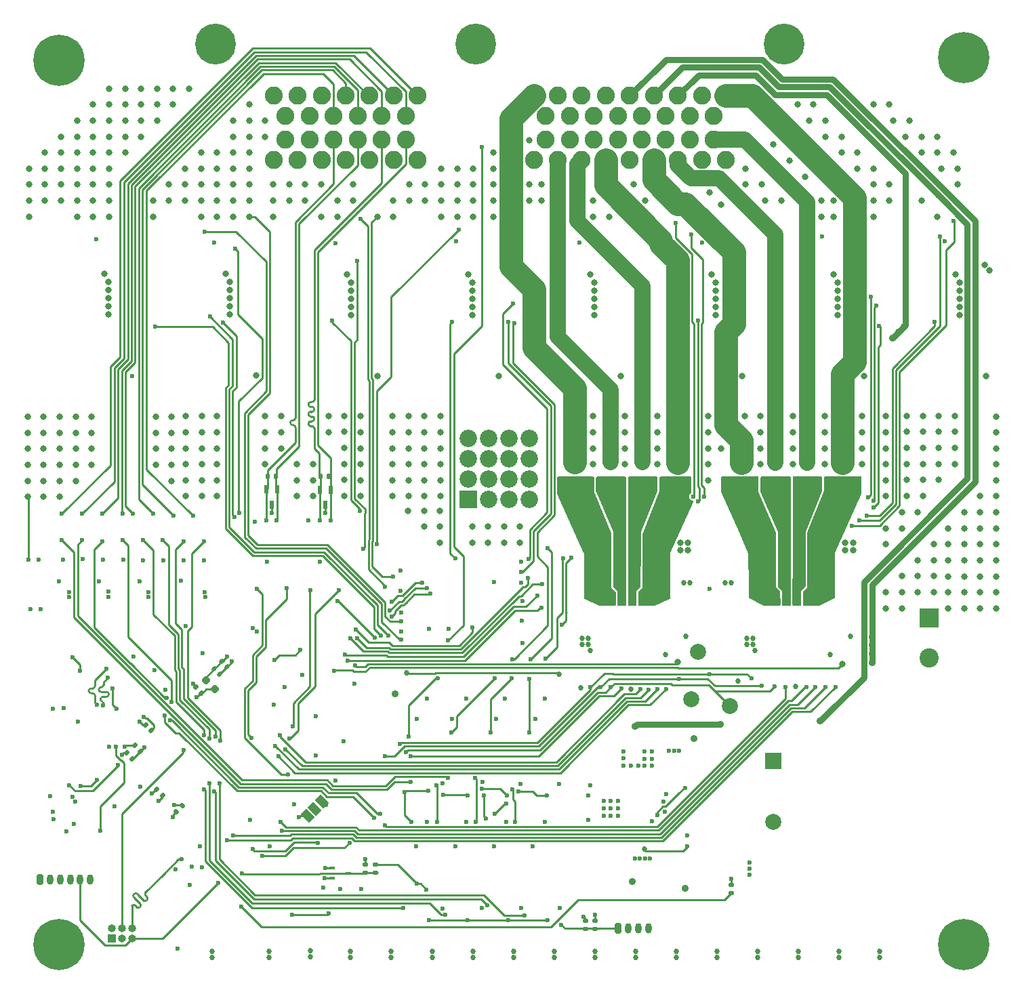
<source format=gbr>
%TF.GenerationSoftware,KiCad,Pcbnew,(6.0.8)*%
%TF.CreationDate,2023-05-29T03:20:34+02:00*%
%TF.ProjectId,pdms,70646d73-2e6b-4696-9361-645f70636258,rev?*%
%TF.SameCoordinates,Original*%
%TF.FileFunction,Copper,L4,Bot*%
%TF.FilePolarity,Positive*%
%FSLAX46Y46*%
G04 Gerber Fmt 4.6, Leading zero omitted, Abs format (unit mm)*
G04 Created by KiCad (PCBNEW (6.0.8)) date 2023-05-29 03:20:34*
%MOMM*%
%LPD*%
G01*
G04 APERTURE LIST*
G04 Aperture macros list*
%AMRoundRect*
0 Rectangle with rounded corners*
0 $1 Rounding radius*
0 $2 $3 $4 $5 $6 $7 $8 $9 X,Y pos of 4 corners*
0 Add a 4 corners polygon primitive as box body*
4,1,4,$2,$3,$4,$5,$6,$7,$8,$9,$2,$3,0*
0 Add four circle primitives for the rounded corners*
1,1,$1+$1,$2,$3*
1,1,$1+$1,$4,$5*
1,1,$1+$1,$6,$7*
1,1,$1+$1,$8,$9*
0 Add four rect primitives between the rounded corners*
20,1,$1+$1,$2,$3,$4,$5,0*
20,1,$1+$1,$4,$5,$6,$7,0*
20,1,$1+$1,$6,$7,$8,$9,0*
20,1,$1+$1,$8,$9,$2,$3,0*%
%AMRotRect*
0 Rectangle, with rotation*
0 The origin of the aperture is its center*
0 $1 length*
0 $2 width*
0 $3 Rotation angle, in degrees counterclockwise*
0 Add horizontal line*
21,1,$1,$2,0,0,$3*%
G04 Aperture macros list end*
%TA.AperFunction,ComponentPad*%
%ADD10C,2.000000*%
%TD*%
%TA.AperFunction,ComponentPad*%
%ADD11RoundRect,0.200000X-0.200000X-0.450000X0.200000X-0.450000X0.200000X0.450000X-0.200000X0.450000X0*%
%TD*%
%TA.AperFunction,ComponentPad*%
%ADD12O,0.800000X1.300000*%
%TD*%
%TA.AperFunction,ComponentPad*%
%ADD13R,1.000000X1.000000*%
%TD*%
%TA.AperFunction,ComponentPad*%
%ADD14O,1.000000X1.000000*%
%TD*%
%TA.AperFunction,ComponentPad*%
%ADD15C,0.800000*%
%TD*%
%TA.AperFunction,ComponentPad*%
%ADD16C,6.400000*%
%TD*%
%TA.AperFunction,ComponentPad*%
%ADD17C,2.250000*%
%TD*%
%TA.AperFunction,ComponentPad*%
%ADD18C,5.100000*%
%TD*%
%TA.AperFunction,ComponentPad*%
%ADD19R,2.000000X2.000000*%
%TD*%
%TA.AperFunction,ComponentPad*%
%ADD20R,2.175000X2.175000*%
%TD*%
%TA.AperFunction,ComponentPad*%
%ADD21C,2.175000*%
%TD*%
%TA.AperFunction,ComponentPad*%
%ADD22R,2.400000X2.400000*%
%TD*%
%TA.AperFunction,ComponentPad*%
%ADD23C,2.400000*%
%TD*%
%TA.AperFunction,SMDPad,CuDef*%
%ADD24RoundRect,0.135000X0.185000X-0.135000X0.185000X0.135000X-0.185000X0.135000X-0.185000X-0.135000X0*%
%TD*%
%TA.AperFunction,SMDPad,CuDef*%
%ADD25RoundRect,0.135000X0.135000X0.185000X-0.135000X0.185000X-0.135000X-0.185000X0.135000X-0.185000X0*%
%TD*%
%TA.AperFunction,SMDPad,CuDef*%
%ADD26RoundRect,0.135000X-0.226274X-0.035355X-0.035355X-0.226274X0.226274X0.035355X0.035355X0.226274X0*%
%TD*%
%TA.AperFunction,SMDPad,CuDef*%
%ADD27RoundRect,0.135000X0.226274X0.035355X0.035355X0.226274X-0.226274X-0.035355X-0.035355X-0.226274X0*%
%TD*%
%TA.AperFunction,SMDPad,CuDef*%
%ADD28RoundRect,0.250000X0.625000X-0.375000X0.625000X0.375000X-0.625000X0.375000X-0.625000X-0.375000X0*%
%TD*%
%TA.AperFunction,SMDPad,CuDef*%
%ADD29R,0.700000X0.450000*%
%TD*%
%TA.AperFunction,SMDPad,CuDef*%
%ADD30R,0.550000X1.000000*%
%TD*%
%TA.AperFunction,SMDPad,CuDef*%
%ADD31RoundRect,0.135000X-0.185000X0.135000X-0.185000X-0.135000X0.185000X-0.135000X0.185000X0.135000X0*%
%TD*%
%TA.AperFunction,SMDPad,CuDef*%
%ADD32RoundRect,0.135000X-0.135000X-0.185000X0.135000X-0.185000X0.135000X0.185000X-0.135000X0.185000X0*%
%TD*%
%TA.AperFunction,SMDPad,CuDef*%
%ADD33RoundRect,0.140000X-0.219203X-0.021213X-0.021213X-0.219203X0.219203X0.021213X0.021213X0.219203X0*%
%TD*%
%TA.AperFunction,SMDPad,CuDef*%
%ADD34RoundRect,0.218750X0.335876X0.026517X0.026517X0.335876X-0.335876X-0.026517X-0.026517X-0.335876X0*%
%TD*%
%TA.AperFunction,SMDPad,CuDef*%
%ADD35RotRect,1.000000X1.500000X45.000000*%
%TD*%
%TA.AperFunction,SMDPad,CuDef*%
%ADD36RoundRect,0.135000X0.035355X-0.226274X0.226274X-0.035355X-0.035355X0.226274X-0.226274X0.035355X0*%
%TD*%
%TA.AperFunction,ViaPad*%
%ADD37C,0.600000*%
%TD*%
%TA.AperFunction,ViaPad*%
%ADD38C,0.685800*%
%TD*%
%TA.AperFunction,ViaPad*%
%ADD39C,0.889000*%
%TD*%
%TA.AperFunction,ViaPad*%
%ADD40C,0.800000*%
%TD*%
%TA.AperFunction,Conductor*%
%ADD41C,0.250000*%
%TD*%
%TA.AperFunction,Conductor*%
%ADD42C,0.254000*%
%TD*%
%TA.AperFunction,Conductor*%
%ADD43C,0.762000*%
%TD*%
%TA.AperFunction,Conductor*%
%ADD44C,3.000000*%
%TD*%
%TA.AperFunction,Conductor*%
%ADD45C,2.000000*%
%TD*%
G04 APERTURE END LIST*
D10*
%TO.P,TP3,1,1*%
%TO.N,SPI3_MISO*%
X102108000Y-120904000D03*
%TD*%
D11*
%TO.P,J5,1,Pin_1*%
%TO.N,SAFETY_IN*%
X92125000Y-155450000D03*
D12*
%TO.P,J5,2,Pin_2*%
%TO.N,GND*%
X93375000Y-155450000D03*
%TO.P,J5,3,Pin_3*%
%TO.N,+12V*%
X94625000Y-155450000D03*
%TO.P,J5,4,Pin_4*%
%TO.N,+5V*%
X95875000Y-155450000D03*
%TD*%
D13*
%TO.P,J1,1,Pin_1*%
%TO.N,+3.3V*%
X28830000Y-156725000D03*
D14*
%TO.P,J1,2,Pin_2*%
%TO.N,GND*%
X28830000Y-155455000D03*
%TO.P,J1,3,Pin_3*%
%TO.N,+5V*%
X30100000Y-156725000D03*
%TO.P,J1,4,Pin_4*%
%TO.N,NRST*%
X30100000Y-155455000D03*
%TO.P,J1,5,Pin_5*%
%TO.N,SWCLK*%
X31370000Y-156725000D03*
%TO.P,J1,6,Pin_6*%
%TO.N,SWDIO*%
X31370000Y-155455000D03*
%TD*%
D15*
%TO.P,H2,1,1*%
%TO.N,GND*%
X136952056Y-44902944D03*
X135255000Y-44200000D03*
X133557944Y-48297056D03*
D16*
X135255000Y-46600000D03*
D15*
X132855000Y-46600000D03*
X133557944Y-44902944D03*
X135255000Y-49000000D03*
X136952056Y-48297056D03*
X137655000Y-46600000D03*
%TD*%
D17*
%TO.P,J2,1,1*%
%TO.N,HP_MOS7*%
X105558000Y-59396000D03*
%TO.P,J2,2,2*%
%TO.N,LP_MOS7*%
X104058000Y-56896000D03*
%TO.P,J2,3,3*%
%TO.N,HP_MOS7*%
X102558000Y-59396000D03*
%TO.P,J2,4,4*%
%TO.N,unconnected-(J2-Pad4)*%
X101058000Y-56896000D03*
%TO.P,J2,5,5*%
%TO.N,LP_MOS6*%
X99558000Y-59396000D03*
%TO.P,J2,6,6*%
%TO.N,unconnected-(J2-Pad6)*%
X98058000Y-56896000D03*
%TO.P,J2,7,7*%
%TO.N,LP_MOS5*%
X96558000Y-59396000D03*
%TO.P,J2,8,8*%
%TO.N,HP_MOS6*%
X95058000Y-56896000D03*
%TO.P,J2,9,9*%
X93558000Y-59396000D03*
%TO.P,J2,10,10*%
%TO.N,GND*%
X92058000Y-56896000D03*
%TO.P,J2,11,11*%
%TO.N,LP_MOS4*%
X90558000Y-59396000D03*
%TO.P,J2,12,12*%
%TO.N,GND*%
X89058000Y-56896000D03*
%TO.P,J2,13,13*%
%TO.N,LP_MOS3*%
X87558000Y-59396000D03*
%TO.P,J2,14,14*%
%TO.N,GND*%
X86058000Y-56896000D03*
%TO.P,J2,15,15*%
%TO.N,LP_MOS2*%
X84558000Y-59396000D03*
%TO.P,J2,16,16*%
%TO.N,HP_MOS5*%
X83058000Y-56896000D03*
%TO.P,J2,17,17*%
X81558000Y-59396000D03*
%TO.P,J2,18,18*%
%TO.N,LP_MOS8*%
X105558000Y-51396000D03*
%TO.P,J2,19,19*%
%TO.N,HP_MOS8*%
X104058000Y-53896000D03*
%TO.P,J2,20,20*%
X102558000Y-51396000D03*
%TO.P,J2,21,21*%
%TO.N,+12V*%
X101058000Y-53896000D03*
%TO.P,J2,22,22*%
X99558000Y-51396000D03*
%TO.P,J2,23,23*%
%TO.N,+5V*%
X98058000Y-53896000D03*
%TO.P,J2,24,24*%
X96558000Y-51396000D03*
%TO.P,J2,25,25*%
%TO.N,+3.3V*%
X95058000Y-53896000D03*
%TO.P,J2,26,26*%
X93558000Y-51396000D03*
%TO.P,J2,27,27*%
%TO.N,GND*%
X92058000Y-53896000D03*
%TO.P,J2,28,28*%
X90558000Y-51396000D03*
%TO.P,J2,29,29*%
X89058000Y-53896000D03*
%TO.P,J2,30,30*%
X87558000Y-51396000D03*
%TO.P,J2,31,31*%
X86058000Y-53896000D03*
%TO.P,J2,32,32*%
X84558000Y-51396000D03*
%TO.P,J2,33,33*%
%TO.N,SAFETY_IN*%
X83058000Y-53896000D03*
%TO.P,J2,34,34*%
%TO.N,LP_MOS1*%
X81558000Y-51396000D03*
%TO.P,J2,35,35*%
%TO.N,HP_MOS4*%
X67058000Y-59396000D03*
%TO.P,J2,36,36*%
%TO.N,CAN1_L*%
X65558000Y-56896000D03*
%TO.P,J2,37,37*%
%TO.N,HP_MOS4*%
X64058000Y-59396000D03*
%TO.P,J2,38,38*%
%TO.N,CAN1_H*%
X62558000Y-56896000D03*
%TO.P,J2,39,39*%
%TO.N,HP_MOS4*%
X61058000Y-59396000D03*
%TO.P,J2,40,40*%
%TO.N,CAN2_L*%
X59558000Y-56896000D03*
%TO.P,J2,41,41*%
%TO.N,HP_MOS3*%
X58058000Y-59396000D03*
%TO.P,J2,42,42*%
%TO.N,CAN2_H*%
X56558000Y-56896000D03*
%TO.P,J2,43,43*%
%TO.N,HP_MOS3*%
X55058000Y-59396000D03*
%TO.P,J2,44,44*%
%TO.N,HP_MOS2*%
X53558000Y-56896000D03*
%TO.P,J2,45,45*%
%TO.N,HP_MOS3*%
X52058000Y-59396000D03*
%TO.P,J2,46,46*%
%TO.N,HP_MOS2*%
X50558000Y-56896000D03*
%TO.P,J2,47,47*%
X49058000Y-59396000D03*
%TO.P,J2,48,48*%
%TO.N,CONN_AD_IN1*%
X67058000Y-51396000D03*
%TO.P,J2,49,49*%
%TO.N,CONN_AD_IN2*%
X65558000Y-53896000D03*
%TO.P,J2,50,50*%
%TO.N,CONN_AD_IN3*%
X64058000Y-51396000D03*
%TO.P,J2,51,51*%
%TO.N,CONN_AD_IN4*%
X62558000Y-53896000D03*
%TO.P,J2,52,52*%
%TO.N,CONN_AD_IN5*%
X61058000Y-51396000D03*
%TO.P,J2,53,53*%
%TO.N,CONN_AD_IN6*%
X59558000Y-53896000D03*
%TO.P,J2,54,54*%
%TO.N,CONN_AD_IN7*%
X58058000Y-51396000D03*
%TO.P,J2,55,55*%
%TO.N,CONN_AD_IN8*%
X56558000Y-53896000D03*
%TO.P,J2,56,56*%
%TO.N,GND*%
X55058000Y-51396000D03*
%TO.P,J2,57,57*%
X53558000Y-53896000D03*
%TO.P,J2,58,58*%
%TO.N,HP_MOS1*%
X52058000Y-51396000D03*
%TO.P,J2,59,59*%
X50558000Y-53896000D03*
%TO.P,J2,60,60*%
X49058000Y-51396000D03*
D18*
%TO.P,J2,MH1,MH1*%
%TO.N,unconnected-(J2-PadMH1)*%
X112808000Y-44896000D03*
%TO.P,J2,MH2,MH2*%
%TO.N,unconnected-(J2-PadMH2)*%
X74308000Y-44896000D03*
%TO.P,J2,MH3,MH3*%
%TO.N,unconnected-(J2-PadMH3)*%
X41808000Y-44896000D03*
%TD*%
D19*
%TO.P,BZ1,1,-*%
%TO.N,+5V*%
X111500000Y-134500000D03*
D10*
%TO.P,BZ1,2,+*%
%TO.N,Net-(BZ1-Pad2)*%
X111500000Y-142100000D03*
%TD*%
D11*
%TO.P,J4,1,Pin_1*%
%TO.N,+3.3V*%
X19892000Y-149352000D03*
D12*
%TO.P,J4,2,Pin_2*%
%TO.N,GND*%
X21142000Y-149352000D03*
%TO.P,J4,3,Pin_3*%
%TO.N,+5V*%
X22392000Y-149352000D03*
%TO.P,J4,4,Pin_4*%
%TO.N,NRST*%
X23642000Y-149352000D03*
%TO.P,J4,5,Pin_5*%
%TO.N,SWCLK*%
X24892000Y-149352000D03*
%TO.P,J4,6,Pin_6*%
%TO.N,SWDIO*%
X26142000Y-149352000D03*
%TD*%
D20*
%TO.P,J3,1,1*%
%TO.N,+12V*%
X73405500Y-101853500D03*
D21*
%TO.P,J3,2,2*%
X75945500Y-101853500D03*
%TO.P,J3,3,3*%
X78485500Y-101853500D03*
%TO.P,J3,4,4*%
X81025500Y-101853500D03*
%TO.P,J3,5,5*%
X73405500Y-99313500D03*
%TO.P,J3,6,6*%
X75945500Y-99313500D03*
%TO.P,J3,7,7*%
X78485500Y-99313500D03*
%TO.P,J3,8,8*%
X81025500Y-99313500D03*
%TO.P,J3,9,9*%
X73405500Y-96773500D03*
%TO.P,J3,10,10*%
X75945500Y-96773500D03*
%TO.P,J3,11,11*%
X78485500Y-96773500D03*
%TO.P,J3,12,12*%
X81025500Y-96773500D03*
%TO.P,J3,13,13*%
X73405500Y-94233500D03*
%TO.P,J3,14,14*%
X75945500Y-94233500D03*
%TO.P,J3,15,15*%
X78485500Y-94233500D03*
%TO.P,J3,16,16*%
X81025500Y-94233500D03*
%TD*%
D15*
%TO.P,H1,1,1*%
%TO.N,GND*%
X20527944Y-48687056D03*
D16*
X22225000Y-46990000D03*
D15*
X20527944Y-45292944D03*
X23922056Y-48687056D03*
X22225000Y-49390000D03*
X23922056Y-45292944D03*
X22225000Y-44590000D03*
X24625000Y-46990000D03*
X19825000Y-46990000D03*
%TD*%
D10*
%TO.P,TP4,1,1*%
%TO.N,SPI3_SCK*%
X106095800Y-127685800D03*
%TD*%
D15*
%TO.P,H3,1,1*%
%TO.N,GND*%
X23922056Y-159177056D03*
X20527944Y-155782944D03*
X23922056Y-155782944D03*
X24625000Y-157480000D03*
X20527944Y-159177056D03*
D16*
X22225000Y-157480000D03*
D15*
X19825000Y-157480000D03*
X22225000Y-159880000D03*
X22225000Y-155080000D03*
%TD*%
D10*
%TO.P,TP2,1,1*%
%TO.N,SPI3_MOSI*%
X101250000Y-126796800D03*
%TD*%
D15*
%TO.P,H4,1,1*%
%TO.N,GND*%
X133557944Y-159177056D03*
X136952056Y-155782944D03*
X135255000Y-159880000D03*
X132855000Y-157480000D03*
D16*
X135255000Y-157480000D03*
D15*
X137655000Y-157480000D03*
X136952056Y-159177056D03*
X133557944Y-155782944D03*
X135255000Y-155080000D03*
%TD*%
D22*
%TO.P,C88,1*%
%TO.N,+12V*%
X130937000Y-116666000D03*
D23*
%TO.P,C88,2*%
%TO.N,GND*%
X130937000Y-121666000D03*
%TD*%
D24*
%TO.P,R72,1*%
%TO.N,/PERIPHERAL/BUZZ_IN*%
X106250000Y-151000000D03*
%TO.P,R72,2*%
%TO.N,Net-(Q2-Pad1)*%
X106250000Y-149980000D03*
%TD*%
D25*
%TO.P,R59,1*%
%TO.N,CAN2_L*%
X49325400Y-98994400D03*
%TO.P,R59,2*%
%TO.N,CAN2_H*%
X48305400Y-98994400D03*
%TD*%
D26*
%TO.P,C44,1*%
%TO.N,+3.3V*%
X33062873Y-130014631D03*
%TO.P,C44,2*%
%TO.N,GND*%
X33784121Y-130735879D03*
%TD*%
D27*
%TO.P,C52,1*%
%TO.N,+3.3V*%
X40049480Y-126041584D03*
%TO.P,C52,2*%
%TO.N,GND*%
X39328232Y-125320336D03*
%TD*%
D28*
%TO.P,F12,1*%
%TO.N,/POWER_SWITCHES/BTS722204-1/OUT2*%
X95156345Y-99935773D03*
%TO.P,F12,2*%
%TO.N,LP_MOS3*%
X95156345Y-97135773D03*
%TD*%
D24*
%TO.P,R170,1*%
%TO.N,SAFETY_IN*%
X89250000Y-155500000D03*
%TO.P,R170,2*%
%TO.N,GND*%
X89250000Y-154480000D03*
%TD*%
D27*
%TO.P,R73,1*%
%TO.N,+3.3V*%
X31410624Y-134260624D03*
%TO.P,R73,2*%
%TO.N,/IMU/IMU_I2C_SDA*%
X30689376Y-133539376D03*
%TD*%
D24*
%TO.P,R168,1*%
%TO.N,Net-(D4-Pad3)*%
X61750000Y-148510000D03*
%TO.P,R168,2*%
%TO.N,SAFETY_IN*%
X61750000Y-147490000D03*
%TD*%
D28*
%TO.P,F11,1*%
%TO.N,/POWER_SWITCHES/BTS722204-1/OUT1*%
X91193945Y-99977373D03*
%TO.P,F11,2*%
%TO.N,LP_MOS2*%
X91193945Y-97177373D03*
%TD*%
%TO.P,F14,1*%
%TO.N,/POWER_SWITCHES/BTS722204-2/OUT0*%
X107492800Y-100079000D03*
%TO.P,F14,2*%
%TO.N,LP_MOS5*%
X107492800Y-97279000D03*
%TD*%
%TO.P,F15,1*%
%TO.N,/POWER_SWITCHES/BTS722204-2/OUT1*%
X111760000Y-100079000D03*
%TO.P,F15,2*%
%TO.N,LP_MOS6*%
X111760000Y-97279000D03*
%TD*%
%TO.P,F13,1*%
%TO.N,/POWER_SWITCHES/BTS722204-1/OUT3*%
X99525145Y-100037373D03*
%TO.P,F13,2*%
%TO.N,LP_MOS4*%
X99525145Y-97237373D03*
%TD*%
%TO.P,F17,1*%
%TO.N,/POWER_SWITCHES/BTS722204-2/OUT3*%
X120142000Y-100076000D03*
%TO.P,F17,2*%
%TO.N,LP_MOS8*%
X120142000Y-97276000D03*
%TD*%
D29*
%TO.P,D4,1*%
%TO.N,GND*%
X56385800Y-149189200D03*
%TO.P,D4,2*%
%TO.N,+3.3V*%
X56385800Y-147889200D03*
%TO.P,D4,3*%
%TO.N,Net-(D4-Pad3)*%
X58385800Y-148539200D03*
%TD*%
D30*
%TO.P,D28,1,K1*%
%TO.N,CAN2_H*%
X48175400Y-100594400D03*
%TO.P,D28,2,K2*%
%TO.N,CAN2_L*%
X49475400Y-100594400D03*
%TO.P,D28,3,CC*%
%TO.N,GND*%
X48825400Y-102494400D03*
%TD*%
D31*
%TO.P,R167,1*%
%TO.N,GND*%
X60500000Y-147490000D03*
%TO.P,R167,2*%
%TO.N,Net-(D4-Pad3)*%
X60500000Y-148510000D03*
%TD*%
D32*
%TO.P,R58,1*%
%TO.N,CAN1_H*%
X54915400Y-98994400D03*
%TO.P,R58,2*%
%TO.N,CAN1_L*%
X55935400Y-98994400D03*
%TD*%
D27*
%TO.P,R74,1*%
%TO.N,+3.3V*%
X32410624Y-133310624D03*
%TO.P,R74,2*%
%TO.N,/IMU/IMU_I2C_SCL*%
X31689376Y-132589376D03*
%TD*%
D30*
%TO.P,D27,1,K1*%
%TO.N,CAN1_H*%
X54875400Y-100610400D03*
%TO.P,D27,2,K2*%
%TO.N,CAN1_L*%
X56175400Y-100610400D03*
%TO.P,D27,3,CC*%
%TO.N,GND*%
X55525400Y-102510400D03*
%TD*%
D33*
%TO.P,C80,1*%
%TO.N,VDDA*%
X42568195Y-122094515D03*
%TO.P,C80,2*%
%TO.N,GND*%
X43247017Y-122773337D03*
%TD*%
D28*
%TO.P,F10,1*%
%TO.N,/POWER_SWITCHES/BTS722204-1/OUT0*%
X86674745Y-99977373D03*
%TO.P,F10,2*%
%TO.N,LP_MOS1*%
X86674745Y-97177373D03*
%TD*%
D34*
%TO.P,L1,1*%
%TO.N,+3.3V*%
X41712243Y-125549084D03*
%TO.P,L1,2*%
%TO.N,VDDA*%
X40598549Y-124435390D03*
%TD*%
D35*
%TO.P,JP1,1,A*%
%TO.N,GND*%
X53279522Y-141411478D03*
%TO.P,JP1,2,C*%
%TO.N,Net-(JP1-Pad2)*%
X54198761Y-140492239D03*
%TO.P,JP1,3,B*%
%TO.N,+3.3V*%
X55118000Y-139573000D03*
%TD*%
D28*
%TO.P,F16,1*%
%TO.N,/POWER_SWITCHES/BTS722204-2/OUT2*%
X115697000Y-100082000D03*
%TO.P,F16,2*%
%TO.N,LP_MOS7*%
X115697000Y-97282000D03*
%TD*%
D24*
%TO.P,R169,1*%
%TO.N,SAFETY_IN*%
X88000000Y-155510000D03*
%TO.P,R169,2*%
%TO.N,+5V*%
X88000000Y-154490000D03*
%TD*%
D26*
%TO.P,R56,1*%
%TO.N,SPI1_MISO*%
X34439376Y-138089376D03*
%TO.P,R56,2*%
%TO.N,SPI1_MOSI*%
X35160624Y-138810624D03*
%TD*%
D33*
%TO.P,C83,1*%
%TO.N,VDDA*%
X41634249Y-123028463D03*
%TO.P,C83,2*%
%TO.N,GND*%
X42313071Y-123707285D03*
%TD*%
D36*
%TO.P,C51,1*%
%TO.N,+3.3V*%
X36889376Y-140860624D03*
%TO.P,C51,2*%
%TO.N,GND*%
X37610624Y-140139376D03*
%TD*%
D37*
%TO.N,+3.3V*%
X19939000Y-115570000D03*
%TO.N,GND*%
X18669000Y-115570000D03*
X19685000Y-109347000D03*
%TO.N,+12V*%
X18415000Y-109347000D03*
D38*
%TO.N,/POWER_SWITCHES/BTS722204-1/OUT0*%
X89080000Y-110607000D03*
X89980000Y-110607000D03*
X88230000Y-110597000D03*
X89980000Y-111507000D03*
X88230000Y-111497000D03*
X89080000Y-112407000D03*
X88230000Y-112397000D03*
X90880000Y-110607000D03*
X89980000Y-112407000D03*
X90880000Y-112407000D03*
X89080000Y-111507000D03*
X90880000Y-111507000D03*
D39*
%TO.N,GND*%
X64262000Y-126111000D03*
D37*
X21150000Y-138950000D03*
X92760800Y-135128000D03*
D38*
X119701000Y-159084800D03*
X73981000Y-159084800D03*
D37*
X22856600Y-127929600D03*
X64973200Y-118313200D03*
X88392000Y-141859000D03*
X132892800Y-69545200D03*
X79908400Y-137414000D03*
X56769000Y-69850000D03*
X34180679Y-123180931D03*
D40*
X28448000Y-74676000D03*
D38*
X119701000Y-158322800D03*
D37*
X96316800Y-142036800D03*
X92760800Y-134213600D03*
D38*
X53649400Y-158992000D03*
D37*
X55525400Y-103544400D03*
X70127600Y-137328200D03*
X94589600Y-135128000D03*
X79984071Y-112208659D03*
X25225000Y-109300000D03*
D38*
X124781000Y-158322800D03*
D37*
X36611209Y-140048147D03*
X64922400Y-113233200D03*
D40*
X28448000Y-76708000D03*
D37*
X87249000Y-69723000D03*
X96316800Y-134228000D03*
D40*
X28448000Y-78740000D03*
D37*
X46725400Y-104644400D03*
D38*
X41380200Y-158334300D03*
X118624889Y-121235455D03*
X58614000Y-158322800D03*
D37*
X24300000Y-139600000D03*
X99738300Y-133238000D03*
X24598504Y-129575227D03*
D40*
X27940000Y-73660000D03*
D37*
X71323200Y-129235200D03*
X88392000Y-138811000D03*
D38*
X99381000Y-158322800D03*
X109541000Y-159084800D03*
D40*
X28448000Y-77724000D03*
D37*
X24130000Y-142367000D03*
X29200000Y-140228163D03*
X41656000Y-69723000D03*
X40525000Y-114058000D03*
D38*
X68901000Y-159084800D03*
D37*
X70900000Y-118000000D03*
X64922400Y-110744000D03*
X96316800Y-133328000D03*
X80000000Y-109601000D03*
D38*
X109226889Y-120727455D03*
D37*
X95416800Y-135128000D03*
X100685600Y-143840200D03*
X52610000Y-123750000D03*
X30249000Y-109380000D03*
D38*
X99381000Y-159084800D03*
X124781000Y-159084800D03*
D40*
X99870200Y-107261000D03*
D37*
X48250000Y-109600000D03*
X84683600Y-137414000D03*
X108500000Y-148750000D03*
D40*
X103816660Y-73722500D03*
D37*
X49112159Y-127453924D03*
D39*
X101600000Y-131724400D03*
D38*
X94301000Y-158322800D03*
D37*
X54341112Y-128928649D03*
X53365400Y-104481400D03*
D38*
X106272000Y-112279000D03*
D40*
X100787200Y-108150000D03*
D37*
X60500000Y-146831600D03*
D38*
X98058000Y-121257000D03*
D37*
X76581000Y-112141000D03*
X94801500Y-146735800D03*
X43800000Y-122100000D03*
D38*
X79061000Y-159084800D03*
D37*
X23495000Y-113411000D03*
X108500000Y-147250000D03*
X70129400Y-152984200D03*
X37084000Y-157988000D03*
X84836000Y-152908000D03*
X32766000Y-109411000D03*
D38*
X104461000Y-159084800D03*
D37*
X117602000Y-68961000D03*
X33405500Y-114046000D03*
X94166500Y-146735800D03*
D38*
X48492200Y-158334300D03*
X108210889Y-119203455D03*
D37*
X27709000Y-109371000D03*
X28448000Y-114046000D03*
D38*
X108972889Y-119203455D03*
D40*
X104324660Y-77786500D03*
D38*
X84141000Y-158322800D03*
D37*
X76809600Y-129286000D03*
X75184000Y-137160000D03*
D38*
X68901000Y-158322800D03*
D37*
X95416800Y-133328000D03*
X37846000Y-109474000D03*
D38*
X121164889Y-118949455D03*
D37*
X35306000Y-109421000D03*
X71729600Y-145150500D03*
X75057000Y-152908000D03*
D38*
X89221000Y-159084800D03*
D37*
X102555741Y-69772609D03*
D40*
X119532400Y-75767250D03*
D38*
X100303000Y-112279000D03*
D37*
X40475000Y-113408000D03*
D40*
X134740140Y-78828000D03*
X107626660Y-86422500D03*
D37*
X22733000Y-109347000D03*
D40*
X121495800Y-107261000D03*
D37*
X99077900Y-133238000D03*
X40386000Y-109474000D03*
D40*
X43578000Y-75703500D03*
D38*
X89221000Y-158322800D03*
D37*
X46417960Y-117883094D03*
X56816374Y-136991682D03*
D39*
X100482400Y-150418800D03*
D37*
X108500000Y-148000000D03*
D38*
X58614000Y-159084800D03*
D37*
X32820000Y-128970000D03*
X28448000Y-113358000D03*
X80162400Y-114554000D03*
X79959200Y-152908000D03*
D40*
X104324660Y-75754500D03*
X120462800Y-108150000D03*
X120462800Y-107261000D03*
D38*
X114621000Y-159084800D03*
X104461000Y-158322800D03*
D40*
X121462800Y-108150000D03*
D37*
X81432400Y-145150500D03*
X23950000Y-139000000D03*
X38989000Y-124841000D03*
X49168485Y-121924050D03*
D38*
X114621000Y-158322800D03*
D37*
X36768377Y-148082000D03*
X31521400Y-121513600D03*
D38*
X87644000Y-119225000D03*
D40*
X134740140Y-77812000D03*
X104324660Y-78802500D03*
D37*
X23180000Y-143342000D03*
D38*
X63694000Y-159084800D03*
X108972889Y-119965455D03*
D37*
X26860500Y-69278500D03*
D40*
X89116920Y-76757750D03*
X134740140Y-76796000D03*
D37*
X98417500Y-133238000D03*
X64984385Y-115936785D03*
D38*
X100598000Y-118971000D03*
X79061000Y-158322800D03*
X73981000Y-158322800D03*
X84141000Y-159084800D03*
D37*
X80111600Y-119786400D03*
X55430000Y-149199600D03*
X96316800Y-135128000D03*
X57785000Y-132080000D03*
X52401377Y-120666813D03*
D40*
X137871200Y-72542400D03*
D37*
X95436500Y-146735800D03*
X54864000Y-109601000D03*
D38*
X63694000Y-158322800D03*
D37*
X66852800Y-145150500D03*
D40*
X88608920Y-73709750D03*
X134740140Y-75780000D03*
X43070000Y-73671500D03*
X119532400Y-74751250D03*
D37*
X76555600Y-145150500D03*
D40*
X28448000Y-75692000D03*
X43578000Y-77735500D03*
X100820200Y-107261000D03*
D38*
X88406000Y-119987000D03*
D37*
X38051093Y-117679338D03*
X66954400Y-129286000D03*
X48825400Y-103544400D03*
X23495000Y-114046000D03*
D40*
X89116920Y-75741750D03*
X119024400Y-73735250D03*
D37*
X97739200Y-139598400D03*
X88646000Y-137541000D03*
D40*
X119532400Y-78815250D03*
X73909180Y-78777000D03*
D37*
X60000000Y-150550000D03*
D38*
X109541000Y-158322800D03*
D37*
X33405500Y-113411000D03*
D40*
X62003440Y-86384250D03*
X58701440Y-78764250D03*
X73909180Y-75729000D03*
D38*
X88660000Y-120749000D03*
D40*
X58701440Y-74700250D03*
X46880000Y-86371500D03*
D38*
X114306889Y-125172455D03*
D37*
X96071500Y-146735800D03*
D38*
X101065000Y-112279000D03*
D37*
X92760800Y-133299200D03*
X38802031Y-147714218D03*
D40*
X119532400Y-77799250D03*
D38*
X93726000Y-125499500D03*
X48480600Y-159096800D03*
D37*
X55248592Y-150346409D03*
D38*
X105510000Y-112279000D03*
D40*
X122834400Y-86435250D03*
D38*
X53661000Y-158229500D03*
D40*
X58701440Y-75716250D03*
D38*
X94301000Y-159084800D03*
D40*
X134740140Y-74764000D03*
D37*
X81737200Y-129235200D03*
D40*
X104324660Y-76770500D03*
D37*
X97920011Y-140896811D03*
D40*
X43578000Y-78751500D03*
D37*
X80074897Y-117006497D03*
D40*
X92418920Y-86409750D03*
D38*
X88406000Y-119225000D03*
D40*
X77211180Y-86397000D03*
D37*
X47000000Y-118375000D03*
X31350000Y-86400000D03*
D40*
X89116920Y-78789750D03*
X73909180Y-76745000D03*
D37*
X95416800Y-134228000D03*
D40*
X99870200Y-108150000D03*
X43578000Y-76719500D03*
X73909180Y-77761000D03*
X89116920Y-77773750D03*
X89116920Y-74725750D03*
D37*
X59182000Y-124841000D03*
D40*
X43578000Y-74687500D03*
D37*
X52193402Y-141547256D03*
X71882000Y-69596000D03*
D38*
X41368600Y-159096800D03*
D37*
X93689600Y-135128000D03*
D38*
X108210889Y-119965455D03*
D37*
X89250000Y-153750000D03*
D40*
X58701440Y-77748250D03*
X73401180Y-73697000D03*
D37*
X38608000Y-149987000D03*
D40*
X138042140Y-86448000D03*
X58701440Y-76732250D03*
D38*
X87644000Y-119987000D03*
D40*
X134232140Y-73748000D03*
X58193440Y-73684250D03*
X138480800Y-73202800D03*
D37*
X103505000Y-113030000D03*
D40*
X119532400Y-76783250D03*
X104324660Y-74738500D03*
X73909180Y-74713000D03*
D37*
X48597085Y-145145210D03*
%TO.N,/POWER_SWITCHES/BTS722204-1/OUT1*%
X92652400Y-112374600D03*
X91852400Y-111507000D03*
X92652400Y-110574600D03*
X91852400Y-110607000D03*
X91852400Y-112407000D03*
X92652400Y-111474600D03*
%TO.N,/POWER_SWITCHES/BTS722204-1/OUT2*%
X94481200Y-111507400D03*
X94481200Y-112407400D03*
X93681200Y-111500000D03*
X93681200Y-112400000D03*
X93681200Y-110600000D03*
X94481200Y-110607400D03*
D38*
%TO.N,/POWER_SWITCHES/BTS722204-1/OUT3*%
X95540000Y-110587000D03*
X98190000Y-111497000D03*
X98190000Y-110597000D03*
X95540000Y-112387000D03*
X96390000Y-112397000D03*
X96390000Y-110597000D03*
X97290000Y-112397000D03*
X96390000Y-111497000D03*
X97290000Y-110597000D03*
X98190000Y-112397000D03*
X97290000Y-111497000D03*
X95540000Y-111487000D03*
D37*
%TO.N,SENS_OUT_LP1*%
X59232800Y-122574500D03*
D40*
X99584395Y-122118235D03*
D37*
%TO.N,SENS_OUT_LP2*%
X56645345Y-123276500D03*
D40*
X120140000Y-122430000D03*
D37*
%TO.N,/POWER_SWITCHES/BTS50010-1TAE/IN*%
X34290000Y-80253500D03*
X62498519Y-118864875D03*
D40*
%TO.N,+12V*%
X103327200Y-99440000D03*
X34322000Y-97504000D03*
X137344400Y-113455200D03*
X125526800Y-101440000D03*
X92963000Y-91440000D03*
D39*
X127114300Y-80911700D03*
D40*
X67850000Y-105238800D03*
X63912000Y-91440000D03*
X65912000Y-95440000D03*
X139344400Y-103455200D03*
X38100000Y-101440000D03*
X38100000Y-93440000D03*
X69850000Y-105238800D03*
X38100000Y-99440000D03*
X88963000Y-95440000D03*
X135344400Y-107455200D03*
X88963000Y-93440000D03*
X92963000Y-93440000D03*
X34322000Y-91504000D03*
X49974000Y-95440000D03*
X18322000Y-101504000D03*
X20322000Y-101504000D03*
X67912000Y-97440000D03*
X132168400Y-93396800D03*
X137344400Y-115455200D03*
X139344400Y-113455200D03*
X125526800Y-97440000D03*
X135344400Y-105455200D03*
X113899200Y-91440000D03*
X55974000Y-91440000D03*
X135344400Y-111455200D03*
X96963000Y-97440000D03*
X96963000Y-93440000D03*
X135344400Y-109455200D03*
X122580400Y-91440000D03*
X20322000Y-95504000D03*
X67850000Y-103238800D03*
X125526800Y-115440000D03*
X127526800Y-113440000D03*
X57912000Y-93396800D03*
X139344400Y-101396800D03*
X65912000Y-101440000D03*
X125526800Y-91440000D03*
X22322000Y-93504000D03*
X122580400Y-95440000D03*
X73850000Y-107238800D03*
X24322000Y-95504000D03*
X57912000Y-97396800D03*
X65912000Y-97440000D03*
X36322000Y-97504000D03*
X129526800Y-103440000D03*
X53974000Y-99440000D03*
X125526800Y-99440000D03*
X105000000Y-95500000D03*
X24322000Y-93504000D03*
X34322000Y-95504000D03*
X26322000Y-93504000D03*
X125526800Y-107440000D03*
X134168400Y-91396800D03*
X139344400Y-93466400D03*
X128168400Y-101396800D03*
X130168400Y-97396800D03*
X59912000Y-99440000D03*
X117899200Y-93440000D03*
X117899200Y-91440000D03*
X18322000Y-91504000D03*
X63912000Y-99440000D03*
X128168400Y-99396800D03*
X88963000Y-91440000D03*
X67912000Y-95440000D03*
X92963000Y-95440000D03*
X49974000Y-91440000D03*
X24322000Y-91504000D03*
X135344400Y-113455200D03*
X69912000Y-99440000D03*
X107899200Y-91440000D03*
X137344400Y-101396800D03*
X113899200Y-95440000D03*
X36322000Y-91504000D03*
X92963000Y-97440000D03*
X113899200Y-97440000D03*
X137344400Y-103455200D03*
X47974000Y-95440000D03*
X41974000Y-97440000D03*
X20322000Y-93504000D03*
X63912000Y-101440000D03*
X109899200Y-93440000D03*
X67912000Y-101440000D03*
X63912000Y-97440000D03*
D39*
X127812800Y-80213200D03*
D40*
X128168400Y-91396800D03*
X18322000Y-95504000D03*
X129526800Y-109440000D03*
X127526800Y-111440000D03*
X139344400Y-99466400D03*
X53974000Y-97440000D03*
X125526800Y-113440000D03*
X103327200Y-97440000D03*
X79850000Y-107238800D03*
X135344400Y-115455200D03*
X36322000Y-95504000D03*
X55974000Y-93440000D03*
X139344400Y-109455200D03*
X130168400Y-91396800D03*
X75850000Y-105238800D03*
X69912000Y-101440000D03*
X117899200Y-97440000D03*
X22322000Y-95504000D03*
X18322000Y-97504000D03*
X109899200Y-97440000D03*
X79850000Y-105238800D03*
X59912000Y-97440000D03*
X88963000Y-97440000D03*
X24322000Y-99504000D03*
X132168400Y-97396800D03*
X67912000Y-91440000D03*
X131526800Y-111440000D03*
X41974000Y-93440000D03*
X109899200Y-95440000D03*
X125526800Y-95440000D03*
X38100000Y-95440000D03*
X139344400Y-105455200D03*
X137344400Y-109455200D03*
X69850000Y-103238800D03*
X127526800Y-105440000D03*
X134168400Y-93396800D03*
X133344400Y-113455200D03*
X40100000Y-97440000D03*
X128168400Y-95396800D03*
X65912000Y-99440000D03*
X40100000Y-99440000D03*
X20322000Y-99504000D03*
X125526800Y-93440000D03*
X127526800Y-115440000D03*
X139344400Y-91466400D03*
X137344400Y-105455200D03*
X26322000Y-95504000D03*
X128168400Y-97396800D03*
X20322000Y-97504000D03*
X133344400Y-107455200D03*
X133344400Y-115455200D03*
X26322000Y-91504000D03*
X96963000Y-91440000D03*
X129526800Y-113440000D03*
X130168400Y-95396800D03*
X130168400Y-99396800D03*
X67912000Y-93440000D03*
X113899200Y-93440000D03*
X41974000Y-101440000D03*
X38100000Y-91440000D03*
X63912000Y-93440000D03*
X134168400Y-97396800D03*
X134168400Y-95396800D03*
X77850000Y-107238800D03*
X69912000Y-95440000D03*
X137344400Y-111455200D03*
X47974000Y-97440000D03*
X57912000Y-101396800D03*
X73850000Y-105238800D03*
X127526800Y-103440000D03*
X132168400Y-95396800D03*
X103327200Y-93440000D03*
X69912000Y-93440000D03*
X69912000Y-91440000D03*
X24322000Y-97504000D03*
X22322000Y-101504000D03*
X103327200Y-95440000D03*
X67912000Y-99440000D03*
X103327200Y-91440000D03*
X41974000Y-99440000D03*
X18322000Y-93504000D03*
X65850000Y-103238800D03*
X40100000Y-91440000D03*
X40100000Y-95440000D03*
X36322000Y-93504000D03*
X22322000Y-91504000D03*
X139344400Y-95466400D03*
X139344400Y-107455200D03*
X57912000Y-91396800D03*
X139344400Y-97466400D03*
X69850000Y-107238800D03*
X51974000Y-101440000D03*
X65912000Y-91440000D03*
X40100000Y-93440000D03*
X77850000Y-105238800D03*
X59912000Y-93440000D03*
X69912000Y-97440000D03*
X137344400Y-107455200D03*
X57912000Y-95396800D03*
X131526800Y-109440000D03*
X65912000Y-93440000D03*
X129526800Y-111440000D03*
D39*
X126339600Y-81686400D03*
D40*
X130168400Y-93396800D03*
X36322000Y-99504000D03*
X20322000Y-91504000D03*
X47974000Y-93440000D03*
X122580400Y-93440000D03*
X26322000Y-97504000D03*
X63912000Y-95440000D03*
X51974000Y-97440000D03*
X18322000Y-99504000D03*
X49974000Y-93440000D03*
X59912000Y-101440000D03*
X133344400Y-105455200D03*
X122580400Y-97440000D03*
X47974000Y-91440000D03*
X131526800Y-107440000D03*
X132168400Y-99396800D03*
X41974000Y-95440000D03*
X41974000Y-91440000D03*
X38100000Y-97440000D03*
X109899200Y-91440000D03*
X135344400Y-103455200D03*
X128168400Y-93396800D03*
X131526800Y-113440000D03*
X130168400Y-101396800D03*
X125526800Y-105440000D03*
X34322000Y-93504000D03*
X59912000Y-95440000D03*
X51974000Y-99440000D03*
X132168400Y-91396800D03*
X139344400Y-115455200D03*
X22322000Y-97504000D03*
X57912000Y-99396800D03*
X40100000Y-101440000D03*
X117899200Y-95440000D03*
X22322000Y-99504000D03*
X53974000Y-101440000D03*
X96963000Y-95440000D03*
X75850000Y-107238800D03*
X59912000Y-91440000D03*
X133344400Y-109455200D03*
X139344400Y-111455200D03*
X133344400Y-111455200D03*
D37*
%TO.N,/POWER_SWITCHES/BTS50010-1TAE1/IN*%
X41097200Y-79004500D03*
X63358411Y-118841589D03*
%TO.N,/POWER_SWITCHES/BTS50010-1TAE2/IN*%
X59866559Y-103303041D03*
X56388000Y-79502000D03*
D38*
%TO.N,/POWER_SWITCHES/BTS722204-2/OUT0*%
X109646889Y-111485455D03*
X110546889Y-110585455D03*
X108796889Y-111475455D03*
X111446889Y-110585455D03*
X110546889Y-111485455D03*
X109646889Y-110585455D03*
X110546889Y-112385455D03*
X108796889Y-112375455D03*
X111446889Y-112385455D03*
X111446889Y-111485455D03*
X109646889Y-112385455D03*
X108796889Y-110575455D03*
D37*
%TO.N,/POWER_SWITCHES/BTS50010-1TAE3/IN*%
X71755000Y-109220000D03*
X71374000Y-79629000D03*
%TO.N,/POWER_SWITCHES/BTS722204-2/OUT1*%
X113219289Y-112353055D03*
X112419289Y-111485455D03*
X112419289Y-112385455D03*
X113219289Y-111453055D03*
X112419289Y-110585455D03*
X113219289Y-110553055D03*
%TO.N,/POWER_SWITCHES/BTS50010-1TAE4/IN*%
X76708000Y-124155200D03*
X71297800Y-130962400D03*
X69373021Y-137592419D03*
X78892400Y-121775500D03*
X79142977Y-79785795D03*
X69469000Y-142101500D03*
%TO.N,/POWER_SWITCHES/BTS50010-1TAE6/IN*%
X102108000Y-102108000D03*
X74295000Y-142101500D03*
X76200000Y-130962400D03*
X81178400Y-121775500D03*
X83258361Y-107968801D03*
X78790800Y-124155200D03*
X102044278Y-79439816D03*
X74257307Y-136652963D03*
%TO.N,/POWER_SWITCHES/BTS722204-2/OUT2*%
X114248089Y-111478455D03*
X115048089Y-111485855D03*
X114248089Y-110578455D03*
X115048089Y-112385855D03*
X115048089Y-110585855D03*
X114248089Y-112378455D03*
D38*
%TO.N,/POWER_SWITCHES/BTS722204-2/OUT3*%
X117856889Y-110575455D03*
X116956889Y-112375455D03*
X118756889Y-111475455D03*
X117856889Y-112375455D03*
X116106889Y-112365455D03*
X117856889Y-111475455D03*
X116956889Y-110575455D03*
X116956889Y-111475455D03*
X116106889Y-111465455D03*
X116106889Y-110565455D03*
X118756889Y-112375455D03*
X118756889Y-110575455D03*
D37*
%TO.N,/POWER_SWITCHES/BTS50010-1TAE7/IN*%
X85213003Y-109233003D03*
X78846575Y-138094824D03*
X124725700Y-80137000D03*
X80975200Y-124307600D03*
X124000101Y-102872642D03*
X80975200Y-130962400D03*
X79248000Y-142101500D03*
X83007200Y-121767600D03*
%TO.N,/POWER_SWITCHES/BTS50010-1TAE5/IN*%
X85090000Y-117475000D03*
X86280000Y-109110000D03*
X131643300Y-79629000D03*
X123190000Y-103840555D03*
%TO.N,LP_SIG_IN1*%
X49866589Y-131333411D03*
X94900000Y-125550000D03*
D39*
%TO.N,+5V*%
X117348000Y-129540000D03*
D38*
X84732066Y-123649534D03*
D39*
X94234000Y-130175000D03*
D38*
X65633600Y-123521400D03*
D39*
X104852200Y-129921000D03*
D37*
X87750000Y-154000000D03*
X61724413Y-119064783D03*
X57048400Y-114503200D03*
%TO.N,Net-(JP1-Pad2)*%
X54198761Y-140492239D03*
%TO.N,/ARGB_LEDS/LED_DATA_IN*%
X27400500Y-143256000D03*
X29319411Y-132697411D03*
%TO.N,/POWER1/PG3V3*%
X100431600Y-137871200D03*
X96977200Y-141325600D03*
%TO.N,/PERIPHERAL/BUZZ_IN*%
X45000000Y-152724500D03*
D38*
%TO.N,12V_LOGIC_ONLY*%
X95372324Y-145526242D03*
D37*
X100711000Y-145186400D03*
%TO.N,Net-(Q2-Pad1)*%
X106250000Y-149250000D03*
%TO.N,LP_SIG_IN2*%
X50554469Y-133045531D03*
X95927493Y-125593998D03*
%TO.N,LP_SIG_IN3*%
X49250000Y-132650000D03*
X97000000Y-125550000D03*
%TO.N,LP_SIG_IN4*%
X49670938Y-133929062D03*
X98100000Y-125500000D03*
%TO.N,LP_SIG_IN5*%
X115600000Y-125250000D03*
X49950000Y-142150000D03*
%TO.N,LP_SIG_IN6*%
X116750000Y-125250000D03*
X50120911Y-143204089D03*
%TO.N,LP_SIG_IN7*%
X118000000Y-125250000D03*
X44000000Y-143829089D03*
%TO.N,LP_SIG_IN8*%
X43250000Y-144453589D03*
X119250000Y-125250000D03*
%TO.N,VDDA*%
X43200000Y-121500000D03*
%TO.N,/VOLTAGE_OUT_MUX/HP_MOS_ADC*%
X73900000Y-117850000D03*
X59309300Y-118084300D03*
%TO.N,NCS*%
X28956000Y-125476000D03*
X29464000Y-128016000D03*
%TO.N,SENS_OUT1*%
X42750000Y-79750000D03*
X44173308Y-104025897D03*
%TO.N,SENS_OUT2*%
X44250000Y-70500000D03*
X44775500Y-103500000D03*
%TO.N,SENS_OUT3*%
X60276500Y-108000000D03*
X59472940Y-72009000D03*
%TO.N,SENS_OUT4*%
X61976000Y-107391200D03*
X72200000Y-68100000D03*
%TO.N,SENS_OUT5*%
X78985500Y-77343000D03*
X80850000Y-111650000D03*
X80907500Y-109256997D03*
X59502711Y-119160889D03*
%TO.N,SENS_OUT6*%
X82579808Y-112450208D03*
X58629322Y-119170678D03*
X102870000Y-101473000D03*
X101193600Y-68732400D03*
%TO.N,SENS_OUT7*%
X123647200Y-76479400D03*
X82051597Y-113861597D03*
X123291600Y-101600000D03*
X57962800Y-121259600D03*
%TO.N,SENS_OUT8*%
X132350000Y-68950000D03*
X122250000Y-104465055D03*
X58320349Y-121974697D03*
X82500000Y-115420000D03*
%TO.N,BK1_IO0*%
X23950000Y-121525000D03*
X24875000Y-123244500D03*
%TO.N,BK1_IO1*%
X27778945Y-127567306D03*
X28375000Y-124100000D03*
%TO.N,BK1_IO2*%
X26972094Y-127469171D03*
X28175000Y-122975000D03*
%TO.N,LP_CSN1*%
X66142100Y-133950000D03*
X46415534Y-145544343D03*
X54568385Y-144752622D03*
X92506800Y-125456600D03*
%TO.N,LP_CSN2*%
X113000000Y-125250000D03*
X58533483Y-144752622D03*
X63000000Y-142551500D03*
X47650000Y-146394710D03*
%TO.N,NRST*%
X37800000Y-133125000D03*
%TO.N,/PERIPHERAL/TEMP1_ALERT*%
X55950000Y-153575000D03*
X51325000Y-153733900D03*
D40*
%TO.N,HP_MOS3*%
X55000000Y-62500000D03*
X59000000Y-62500000D03*
X49000000Y-62500000D03*
X51000000Y-64500000D03*
X49000000Y-66500000D03*
X59000000Y-64500000D03*
D37*
X59944000Y-66802000D03*
X62998749Y-112751308D03*
D40*
X51000000Y-62500000D03*
X49000000Y-64500000D03*
X53000000Y-62500000D03*
X55000000Y-66500000D03*
X57000000Y-66500000D03*
X53000000Y-64500000D03*
X57000000Y-64500000D03*
D37*
%TO.N,/IMU/IMU_I2C_SA0*%
X29625675Y-135001783D03*
X23525212Y-137547894D03*
%TO.N,/IMU/IMU_I2C_SDA*%
X30099000Y-133731000D03*
X26968324Y-136915549D03*
X24983411Y-137633411D03*
%TO.N,/IMU/IMU_I2C_SCL*%
X30446512Y-132742851D03*
%TO.N,/CAN_BUS/CAN2_RX*%
X50673000Y-112903000D03*
X46303744Y-131620566D03*
%TO.N,/CAN_BUS/CAN2_TX*%
X50850000Y-136200000D03*
X46990000Y-113030000D03*
%TO.N,/CAN_BUS/CAN1_RX*%
X51004969Y-131700000D03*
X57250000Y-113150000D03*
%TO.N,/CAN_BUS/CAN1_TX*%
X53650000Y-113200000D03*
X51476609Y-130176609D03*
%TO.N,CAN1_H*%
X54825400Y-104444400D03*
%TO.N,CAN1_L*%
X56225400Y-104444400D03*
%TO.N,CAN2_L*%
X49425400Y-104444400D03*
%TO.N,CAN2_H*%
X48125400Y-104444400D03*
%TO.N,Net-(R107-Pad2)*%
X30226000Y-106934000D03*
X62357000Y-141137300D03*
X78105000Y-139888300D03*
X76708000Y-141137300D03*
X36132997Y-129475003D03*
X36254362Y-127182305D03*
%TO.N,SWDIO*%
X37592000Y-146812000D03*
%TO.N,SWCLK*%
X42164000Y-149733000D03*
%TO.N,CONN_AD_IN1*%
X22606000Y-103632000D03*
%TO.N,CONN_AD_IN2*%
X25146000Y-103632000D03*
%TO.N,CONN_AD_IN3*%
X27686000Y-103632000D03*
%TO.N,CONN_AD_IN4*%
X30226000Y-103632000D03*
%TO.N,CONN_AD_IN5*%
X31496000Y-103632000D03*
%TO.N,CONN_AD_IN6*%
X34036000Y-103632000D03*
%TO.N,CONN_AD_IN7*%
X36576000Y-103886000D03*
%TO.N,CONN_AD_IN8*%
X38989000Y-103886000D03*
%TO.N,Net-(R110-Pad2)*%
X66167000Y-137160000D03*
X22606000Y-106934000D03*
D40*
%TO.N,HP_MOS1*%
X48000000Y-54500000D03*
X28500000Y-62500000D03*
D37*
X40410000Y-68350000D03*
X65000000Y-119400000D03*
D40*
X46000000Y-52500000D03*
X24500000Y-56500000D03*
X26500000Y-58500000D03*
X26500000Y-56500000D03*
X24500000Y-64500000D03*
X34500000Y-54500000D03*
X32500000Y-52500000D03*
X28500000Y-58500000D03*
X18500000Y-62500000D03*
X38500000Y-50500000D03*
X36500000Y-50500000D03*
X28500000Y-56500000D03*
X36500000Y-52500000D03*
X26500000Y-60500000D03*
X28500000Y-52500000D03*
X30500000Y-58500000D03*
X24500000Y-58500000D03*
X28500000Y-64500000D03*
X26500000Y-52500000D03*
X20500000Y-60500000D03*
X28500000Y-50500000D03*
X20500000Y-64500000D03*
X20500000Y-62500000D03*
X18500000Y-60500000D03*
X32500000Y-54500000D03*
X30500000Y-52500000D03*
X30500000Y-50500000D03*
X24500000Y-54500000D03*
X26500000Y-54500000D03*
X24500000Y-66500000D03*
X26500000Y-64500000D03*
X22500000Y-60500000D03*
X30500000Y-56500000D03*
X30500000Y-54500000D03*
X22500000Y-62500000D03*
X24500000Y-60500000D03*
X26500000Y-66500000D03*
X34500000Y-50500000D03*
X22500000Y-58500000D03*
X32500000Y-56500000D03*
X18500000Y-64500000D03*
X44000000Y-54500000D03*
X22500000Y-64500000D03*
X46000000Y-54500000D03*
X26500000Y-62500000D03*
X28500000Y-66500000D03*
X34500000Y-52500000D03*
X20500000Y-58500000D03*
X28500000Y-54500000D03*
X24500000Y-62500000D03*
X28500000Y-60500000D03*
X32500000Y-50500000D03*
X22500000Y-56500000D03*
X18500000Y-66500000D03*
%TO.N,HP_MOS2*%
X44000000Y-66500000D03*
X40000000Y-64500000D03*
X46000000Y-62500000D03*
X44000000Y-58500000D03*
X42000000Y-62500000D03*
X46000000Y-64500000D03*
X34000000Y-66500000D03*
X40000000Y-66500000D03*
X42000000Y-58500000D03*
X38000000Y-60500000D03*
X46000000Y-58500000D03*
X42000000Y-64500000D03*
X44000000Y-62500000D03*
X36000000Y-62500000D03*
D37*
X65000000Y-117100000D03*
D40*
X40000000Y-60500000D03*
X40000000Y-62500000D03*
X40000000Y-58500000D03*
X34000000Y-64500000D03*
X48000000Y-56500000D03*
X42000000Y-66500000D03*
X46000000Y-56500000D03*
X38000000Y-62500000D03*
X36000000Y-64500000D03*
X44000000Y-60500000D03*
X44000000Y-64500000D03*
X42000000Y-60500000D03*
X46000000Y-66500000D03*
X38000000Y-64500000D03*
X44000000Y-56500000D03*
X46000000Y-60500000D03*
D37*
%TO.N,HP_MOS4*%
X64000000Y-111500000D03*
D40*
X74000000Y-64500000D03*
X70000000Y-66500000D03*
X66000000Y-62500000D03*
X62000000Y-66500000D03*
X72000000Y-66500000D03*
X70000000Y-62500000D03*
X70000000Y-60500000D03*
X74000000Y-66500000D03*
X74000000Y-60500000D03*
X72000000Y-64500000D03*
X66000000Y-64500000D03*
X72000000Y-62500000D03*
X68000000Y-62500000D03*
X64000000Y-64500000D03*
X74000000Y-62500000D03*
X68000000Y-64500000D03*
X70000000Y-64500000D03*
X64000000Y-66500000D03*
X72000000Y-60500000D03*
D37*
%TO.N,HP_MOS5*%
X78359000Y-79629000D03*
D40*
X76500000Y-64500000D03*
X81000000Y-57000000D03*
X82500000Y-62500000D03*
X76500000Y-58500000D03*
X76500000Y-62500000D03*
X89000000Y-66500000D03*
X89000000Y-64500000D03*
X81000000Y-64500000D03*
X76500000Y-66500000D03*
D37*
X80000000Y-110871000D03*
D40*
X76500000Y-60500000D03*
X81000000Y-62500000D03*
X82500000Y-64500000D03*
D37*
%TO.N,HP_MOS6*%
X101473000Y-101473000D03*
D40*
X105000000Y-65000000D03*
X103500000Y-63500000D03*
X95500000Y-64500000D03*
X94000000Y-62500000D03*
D37*
X99275000Y-67250000D03*
D40*
X91000000Y-66500000D03*
%TO.N,HP_MOS7*%
X119000000Y-64500000D03*
D37*
X123981492Y-102006400D03*
D40*
X117500000Y-64500000D03*
X108000000Y-62500000D03*
X117500000Y-66500000D03*
X111500000Y-57500000D03*
X110000000Y-62500000D03*
X119000000Y-66500000D03*
X108000000Y-60500000D03*
X115500000Y-61500000D03*
X112500000Y-64500000D03*
X110500000Y-64500000D03*
D37*
X124333000Y-77597000D03*
D40*
X113500000Y-59500000D03*
D37*
%TO.N,/VOLTAGE_OUT_MUX/HP_MOS_SEL3*%
X67645493Y-112268787D03*
X63802911Y-114597089D03*
%TO.N,/VOLTAGE_OUT_MUX/HP_MOS_SEL2*%
X68176935Y-112904803D03*
X63591589Y-115691589D03*
%TO.N,/VOLTAGE_OUT_MUX/HP_MOS_SEL1*%
X68606657Y-113579001D03*
X63844499Y-116450035D03*
D40*
%TO.N,HP_MOS8*%
X124000000Y-60500000D03*
X122000000Y-60500000D03*
X132500000Y-60500000D03*
X128500000Y-54500000D03*
X124000000Y-62500000D03*
X124000000Y-64500000D03*
X118000000Y-56500000D03*
D37*
X121309289Y-105092055D03*
D40*
X130000000Y-58500000D03*
X120000000Y-58500000D03*
X132000000Y-56500000D03*
X126500000Y-54500000D03*
X134500000Y-60500000D03*
X124000000Y-52500000D03*
X130000000Y-64500000D03*
X118000000Y-54500000D03*
X116500000Y-52500000D03*
X134000000Y-58500000D03*
D37*
X134000000Y-67000000D03*
D40*
X132000000Y-66500000D03*
X122000000Y-58500000D03*
X114500000Y-52500000D03*
X130000000Y-56500000D03*
X132000000Y-58500000D03*
X126000000Y-64500000D03*
X120000000Y-56500000D03*
X124000000Y-66500000D03*
X128000000Y-56500000D03*
X134500000Y-62500000D03*
X116000000Y-54500000D03*
X126000000Y-52500000D03*
X126000000Y-62500000D03*
D37*
%TO.N,+3.3V*%
X78105000Y-142101500D03*
D39*
X123850400Y-120040400D03*
X93878400Y-149606000D03*
D37*
X55563724Y-140011921D03*
X91171600Y-141347600D03*
X39840855Y-145157557D03*
X40132000Y-147828000D03*
X98106003Y-138644403D03*
X36500000Y-141500000D03*
D38*
X87426800Y-125374400D03*
D37*
X68500000Y-118000000D03*
X32319000Y-112058000D03*
X32333554Y-129604488D03*
X37450000Y-111958000D03*
X51622007Y-139967768D03*
X90271600Y-139547600D03*
X90271600Y-141347600D03*
X91171600Y-140447600D03*
X35493179Y-125649230D03*
D39*
X123850400Y-118999000D03*
D37*
X82931000Y-142101500D03*
X21450000Y-140900000D03*
X57375000Y-150475000D03*
X46103741Y-141858945D03*
X32900000Y-132850000D03*
X73152000Y-142101500D03*
X68199000Y-142101500D03*
X28488581Y-132725671D03*
D38*
X107035600Y-124482600D03*
D37*
X77978000Y-126746000D03*
X32386011Y-137700733D03*
X92071600Y-139547600D03*
D39*
X123850400Y-121107200D03*
D37*
X21573988Y-141800325D03*
X92071600Y-140447600D03*
X90271600Y-140447600D03*
X68199000Y-126746000D03*
X22275000Y-112108000D03*
X40162914Y-121051338D03*
X55480800Y-147878800D03*
X39450000Y-126550000D03*
X27271000Y-112108000D03*
X54351718Y-133803302D03*
X73152000Y-126746000D03*
X91171600Y-139547600D03*
X92071600Y-141347600D03*
X21485000Y-127955000D03*
X82931000Y-126746000D03*
D39*
X123834000Y-122199400D03*
D37*
X50450000Y-125300000D03*
%TO.N,SAFETY_IN*%
X75057000Y-57785000D03*
X78359000Y-154432000D03*
X65405000Y-138430000D03*
X83159600Y-138811000D03*
X83312000Y-154432000D03*
X75046500Y-137947590D03*
X66929000Y-149860000D03*
X66243200Y-142101500D03*
X70256400Y-138734800D03*
X69549847Y-124150553D03*
X85000000Y-155000000D03*
X73279000Y-154432000D03*
X79618500Y-138303000D03*
X73253600Y-138811000D03*
X68453000Y-154432000D03*
X65913000Y-131445000D03*
X70866000Y-119475500D03*
X68400630Y-138218919D03*
X78232000Y-138811000D03*
X68153794Y-150559109D03*
%TO.N,SPI3_MISO*%
X108751978Y-124185150D03*
X64798369Y-132387654D03*
X103531814Y-123645786D03*
X88650000Y-125323600D03*
%TO.N,SPI3_MOSI*%
X63000000Y-133900000D03*
X99745800Y-124282200D03*
X89916000Y-125323600D03*
X110000000Y-125150000D03*
%TO.N,SPI3_SCK*%
X65576542Y-133376542D03*
X91186000Y-125323600D03*
X111650000Y-125200000D03*
%TO.N,Net-(R113-Pad2)*%
X25146000Y-106934000D03*
X70866000Y-136624500D03*
%TO.N,Net-(R114-Pad2)*%
X35472245Y-128814252D03*
X75565000Y-141703122D03*
X35689029Y-126616971D03*
X61595000Y-141605000D03*
X27686000Y-107061000D03*
X75310561Y-138791861D03*
%TO.N,Net-(R116-Pad2)*%
X40358854Y-131286796D03*
X65278000Y-152908000D03*
X40394500Y-138034341D03*
X32766000Y-106934000D03*
%TO.N,Net-(R117-Pad2)*%
X41010500Y-131750000D03*
X70497425Y-153693962D03*
X41021000Y-137287000D03*
X35179000Y-106934000D03*
%TO.N,Net-(R118-Pad2)*%
X41767892Y-131493951D03*
X75776628Y-152559661D03*
X37846000Y-107061000D03*
X41666500Y-138303000D03*
%TO.N,Net-(R119-Pad2)*%
X42291000Y-137287000D03*
X80391000Y-153797000D03*
X40386000Y-107061000D03*
X42420029Y-132000000D03*
%TO.N,Net-(D4-Pad3)*%
X45125827Y-148544210D03*
%TO.N,SPI1_MISO*%
X33850000Y-138600000D03*
%TO.N,SPI1_MOSI*%
X34650000Y-139500000D03*
%TD*%
D41*
%TO.N,+12V*%
X18415000Y-101597000D02*
X18322000Y-101504000D01*
X18415000Y-109347000D02*
X18415000Y-101597000D01*
%TO.N,GND*%
X38989000Y-124841000D02*
X38989000Y-124981104D01*
D42*
X37519395Y-140048147D02*
X36611209Y-140048147D01*
D41*
X55525400Y-102510400D02*
X55525400Y-103544400D01*
D42*
X56385800Y-149189200D02*
X55440400Y-149189200D01*
D41*
X49168485Y-121924050D02*
X49797101Y-121295431D01*
X49797101Y-121295431D02*
X51772758Y-121295432D01*
X48825400Y-102494400D02*
X48825400Y-103544400D01*
D42*
X60500000Y-147490000D02*
X60500000Y-146831600D01*
X55440400Y-149189200D02*
X55430000Y-149199600D01*
X53279522Y-141411478D02*
X52329180Y-141411478D01*
D41*
X43800000Y-122220354D02*
X43247017Y-122773337D01*
X43236976Y-122799218D02*
X43272898Y-122799216D01*
D42*
X52329180Y-141411478D02*
X52193402Y-141547256D01*
X37610624Y-140139376D02*
X37519395Y-140048147D01*
X89250000Y-154480000D02*
X89250000Y-153750000D01*
D41*
X43800000Y-122100000D02*
X43800000Y-122220354D01*
X42313071Y-123707285D02*
X43247017Y-122773337D01*
X32820000Y-128970000D02*
X33046718Y-129196718D01*
X34115879Y-130404121D02*
X34115879Y-130142982D01*
X38989000Y-124981104D02*
X39328232Y-125320336D01*
X33784121Y-130735878D02*
X34115879Y-130404121D01*
X34115879Y-130062981D02*
X34115879Y-130142982D01*
X33249614Y-129196718D02*
X34115879Y-130062981D01*
X51772758Y-121295432D02*
X52401377Y-120666813D01*
X33046718Y-129196718D02*
X33249614Y-129196718D01*
D42*
%TO.N,SENS_OUT_LP1*%
X59415459Y-122757159D02*
X60535212Y-122757159D01*
X59232800Y-122574500D02*
X59415459Y-122757159D01*
X99300630Y-122402000D02*
X99584395Y-122118235D01*
X60535212Y-122757159D02*
X60890371Y-122402000D01*
X60890371Y-122402000D02*
X99300630Y-122402000D01*
D41*
%TO.N,SENS_OUT_LP2*%
X56645345Y-123276500D02*
X56781845Y-123140000D01*
X99589305Y-122936000D02*
X119634000Y-122936000D01*
X119634000Y-122936000D02*
X120140000Y-122430000D01*
X60551936Y-123379659D02*
X61077595Y-122854000D01*
X61077595Y-122854000D02*
X99507305Y-122854000D01*
X58870000Y-123140000D02*
X59109659Y-123379659D01*
X99507305Y-122854000D02*
X99589305Y-122936000D01*
X56781845Y-123140000D02*
X58870000Y-123140000D01*
X59109659Y-123379659D02*
X60551936Y-123379659D01*
%TO.N,/POWER_SWITCHES/BTS50010-1TAE/IN*%
X41450000Y-80260000D02*
X34296500Y-80260000D01*
X43434000Y-82244000D02*
X41450000Y-80260000D01*
X43042000Y-105464792D02*
X43042000Y-87911403D01*
X46427208Y-108850000D02*
X43042000Y-105464792D01*
X61600000Y-117966356D02*
X61600000Y-115259188D01*
X43042000Y-87911403D02*
X43434000Y-87519403D01*
X62498519Y-118864875D02*
X61600000Y-117966356D01*
X61600000Y-115259188D02*
X55190812Y-108850000D01*
X55190812Y-108850000D02*
X46427208Y-108850000D01*
X34296500Y-80260000D02*
X34290000Y-80253500D01*
X43434000Y-87519403D02*
X43434000Y-82244000D01*
D43*
%TO.N,+12V*%
X111717126Y-51254000D02*
X109275526Y-48812400D01*
X109275526Y-48812400D02*
X102141600Y-48812400D01*
X127812800Y-80213200D02*
X127965200Y-80060800D01*
X118139449Y-51254000D02*
X111717126Y-51254000D01*
X126339600Y-81686400D02*
X127114300Y-80911700D01*
X127965200Y-61079751D02*
X118139449Y-51254000D01*
X102141600Y-48812400D02*
X99558000Y-51396000D01*
X127114300Y-80911700D02*
X127812800Y-80213200D01*
X127965200Y-80060800D02*
X127965200Y-61079751D01*
D41*
%TO.N,/POWER_SWITCHES/BTS50010-1TAE1/IN*%
X46613604Y-108400000D02*
X55377208Y-108400000D01*
X41097200Y-79004500D02*
X43942000Y-81849300D01*
X62050000Y-115072792D02*
X62050000Y-117533178D01*
X43492000Y-105278396D02*
X46613604Y-108400000D01*
X55377208Y-108400000D02*
X62050000Y-115072792D01*
X62050000Y-117533178D02*
X63358411Y-118841589D01*
X43942000Y-87647799D02*
X43492000Y-88097799D01*
X43942000Y-81849300D02*
X43942000Y-87647799D01*
X43492000Y-88097799D02*
X43492000Y-105278396D01*
%TO.N,/POWER_SWITCHES/BTS50010-1TAE2/IN*%
X59866559Y-103056260D02*
X58737000Y-101926701D01*
X58737000Y-101926701D02*
X58737000Y-82030724D01*
X56388000Y-79695000D02*
X56388000Y-79502000D01*
X58723724Y-82030724D02*
X56388000Y-79695000D01*
X58737000Y-82030724D02*
X58723724Y-82030724D01*
X59866559Y-103303041D02*
X59866559Y-103056260D01*
%TO.N,/POWER_SWITCHES/BTS50010-1TAE3/IN*%
X71755000Y-109220000D02*
X71120000Y-108585000D01*
X71120000Y-108585000D02*
X71120000Y-79883000D01*
X71120000Y-79883000D02*
X71374000Y-79629000D01*
D42*
%TO.N,/POWER_SWITCHES/BTS50010-1TAE4/IN*%
X81988000Y-108962800D02*
X83312000Y-110286800D01*
X78994000Y-84786188D02*
X84147000Y-89939188D01*
X79138500Y-121775500D02*
X78892400Y-121775500D01*
X78994000Y-79934772D02*
X78994000Y-84786188D01*
D41*
X76708000Y-124206000D02*
X71948200Y-128965800D01*
D42*
X81988000Y-105979052D02*
X81988000Y-108962800D01*
D41*
X71948200Y-130312000D02*
X71297800Y-130962400D01*
D42*
X79142977Y-79785795D02*
X78994000Y-79934772D01*
X84147000Y-103820052D02*
X81988000Y-105979052D01*
D41*
X69469000Y-142101500D02*
X69443600Y-142076100D01*
X69443600Y-137662998D02*
X69373021Y-137592419D01*
D42*
X84147000Y-89939188D02*
X84147000Y-103820052D01*
X83312000Y-110286800D02*
X83312000Y-117602000D01*
D41*
X71948200Y-128965800D02*
X71948200Y-130312000D01*
D42*
X83312000Y-117602000D02*
X79138500Y-121775500D01*
D41*
X76708000Y-124155200D02*
X76708000Y-124206000D01*
X69443600Y-142076100D02*
X69443600Y-137662998D01*
D42*
%TO.N,/POWER_SWITCHES/BTS50010-1TAE6/IN*%
X83258361Y-107968801D02*
X83766000Y-108476440D01*
D41*
X74422000Y-141974500D02*
X74422000Y-136817656D01*
D42*
X102044278Y-79439816D02*
X102054000Y-79449538D01*
D41*
X78790800Y-124155200D02*
X78790800Y-124206000D01*
X76184600Y-126812200D02*
X76184600Y-130947000D01*
D42*
X102054000Y-100228680D02*
X102235000Y-100409680D01*
D41*
X74295000Y-142101500D02*
X74422000Y-141974500D01*
D42*
X102235000Y-101981000D02*
X102108000Y-102108000D01*
X102235000Y-100409680D02*
X102235000Y-101981000D01*
D41*
X83764000Y-119189900D02*
X83764000Y-115956200D01*
X78790800Y-124206000D02*
X76184600Y-126812200D01*
D42*
X102054000Y-79449538D02*
X102054000Y-100228680D01*
D41*
X76184600Y-130947000D02*
X76200000Y-130962400D01*
X74422000Y-136817656D02*
X74257307Y-136652963D01*
D42*
X83766000Y-108476440D02*
X83766000Y-115956200D01*
D41*
X81178400Y-121775500D02*
X83764000Y-119189900D01*
D42*
%TO.N,/POWER_SWITCHES/BTS50010-1TAE7/IN*%
X124841000Y-80252300D02*
X124841000Y-82550000D01*
D41*
X80975200Y-124307600D02*
X80959800Y-124323000D01*
X79227125Y-139552125D02*
X78994000Y-139319000D01*
D42*
X85213003Y-109233003D02*
X85160500Y-109285506D01*
D41*
X79248000Y-142101500D02*
X79227125Y-142080625D01*
D42*
X124241204Y-102633400D02*
X124239343Y-102633400D01*
D41*
X80959800Y-124323000D02*
X80959800Y-130947000D01*
X78994000Y-139319000D02*
X78994000Y-138242249D01*
D42*
X124725700Y-80137000D02*
X124841000Y-80252300D01*
X85160500Y-109285506D02*
X85160500Y-115870000D01*
D41*
X79227125Y-142080625D02*
X79227125Y-139552125D01*
X84455000Y-120319800D02*
X84455000Y-116683900D01*
D42*
X124239343Y-102633400D02*
X124000101Y-102872642D01*
X124607992Y-102266612D02*
X124241204Y-102633400D01*
D41*
X80959800Y-130947000D02*
X80975200Y-130962400D01*
X83007200Y-121767600D02*
X84455000Y-120319800D01*
D42*
X124725700Y-80137000D02*
X124725700Y-80284200D01*
D41*
X84455000Y-116683900D02*
X85162500Y-115976400D01*
D42*
X124841000Y-82550000D02*
X124607992Y-82783008D01*
X124607992Y-82783008D02*
X124607992Y-102266612D01*
D41*
X78994000Y-138242249D02*
X78846575Y-138094824D01*
D42*
%TO.N,/POWER_SWITCHES/BTS50010-1TAE5/IN*%
X86280000Y-109110000D02*
X85614500Y-109775500D01*
X85614500Y-115936500D02*
X85618000Y-115940000D01*
D41*
X85614500Y-116950500D02*
X85614500Y-115936500D01*
D42*
X85614500Y-109775500D02*
X85614500Y-115936500D01*
X126350000Y-85450000D02*
X126350000Y-102225715D01*
X124735160Y-103840555D02*
X123190000Y-103840555D01*
X131643300Y-79629000D02*
X131643300Y-80156700D01*
X131643300Y-80156700D02*
X126350000Y-85450000D01*
X126350000Y-102225715D02*
X124735160Y-103840555D01*
D41*
X85090000Y-117475000D02*
X85614500Y-116950500D01*
%TO.N,LP_SIG_IN1*%
X84348800Y-134650000D02*
X92831400Y-126167400D01*
X49866589Y-131474473D02*
X53042116Y-134650000D01*
X49866589Y-131333411D02*
X49866589Y-131474473D01*
X94282600Y-126167400D02*
X94900000Y-125550000D01*
X92831400Y-126167400D02*
X94282600Y-126167400D01*
X53042116Y-134650000D02*
X84348800Y-134650000D01*
D43*
%TO.N,+5V*%
X118537923Y-50292000D02*
X112115600Y-50292000D01*
X94488000Y-129921000D02*
X94234000Y-130175000D01*
X104852200Y-129921000D02*
X94488000Y-129921000D01*
X122809000Y-112141000D02*
X122809000Y-124079000D01*
X135721140Y-67475217D02*
X135721140Y-99228860D01*
D42*
X69217288Y-123596400D02*
X69290135Y-123523553D01*
X69290135Y-123523553D02*
X84606085Y-123523553D01*
D43*
X135721140Y-99228860D02*
X122809000Y-112141000D01*
X132101523Y-63855600D02*
X135721140Y-67475217D01*
D42*
X65633600Y-123521400D02*
X65708600Y-123596400D01*
D43*
X132080000Y-63804800D02*
X132101523Y-63826323D01*
D42*
X88000000Y-154250000D02*
X87750000Y-154000000D01*
D43*
X132101523Y-63855600D02*
X118537923Y-50292000D01*
D42*
X65708600Y-123596400D02*
X69217288Y-123596400D01*
D43*
X112115600Y-50292000D02*
X109674000Y-47850400D01*
X109674000Y-47850400D02*
X100103600Y-47850400D01*
D42*
X57162830Y-114503200D02*
X57048400Y-114503200D01*
D43*
X132101523Y-63826323D02*
X132101523Y-63855600D01*
D42*
X84606085Y-123523553D02*
X84732066Y-123649534D01*
D43*
X122809000Y-124079000D02*
X117348000Y-129540000D01*
D42*
X88000000Y-154490000D02*
X88000000Y-154250000D01*
D43*
X100103600Y-47850400D02*
X96558000Y-51396000D01*
D42*
X61724413Y-119064783D02*
X57162830Y-114503200D01*
%TO.N,/ARGB_LEDS/LED_DATA_IN*%
X30067396Y-134461396D02*
X29942684Y-134461396D01*
X29942684Y-134461396D02*
X29319411Y-133838123D01*
X30353000Y-134747000D02*
X30067396Y-134461396D01*
X30353000Y-137255500D02*
X30353000Y-134747000D01*
X29319411Y-133838123D02*
X29319411Y-132697411D01*
X27400500Y-140208000D02*
X30353000Y-137255500D01*
X27400500Y-143256000D02*
X27400500Y-140208000D01*
D41*
%TO.N,/POWER1/PG3V3*%
X98028600Y-140223400D02*
X99720400Y-138531600D01*
X96977200Y-140955738D02*
X97709538Y-140223400D01*
X96977200Y-141325600D02*
X96977200Y-140955738D01*
X96977200Y-141325600D02*
X97114200Y-141188600D01*
X99720400Y-138531600D02*
X100380800Y-137871200D01*
X100380800Y-137871200D02*
X100431600Y-137871200D01*
X97709538Y-140223400D02*
X98028600Y-140223400D01*
D42*
%TO.N,/PERIPHERAL/BUZZ_IN*%
X87108000Y-151892000D02*
X105397000Y-151892000D01*
X105397000Y-151892000D02*
X106250000Y-151039000D01*
X47525500Y-155250000D02*
X83750000Y-155250000D01*
X83750000Y-155250000D02*
X87108000Y-151892000D01*
X106250000Y-151039000D02*
X106250000Y-151000000D01*
X45000000Y-152724500D02*
X47525500Y-155250000D01*
D41*
%TO.N,12V_LOGIC_ONLY*%
X100711000Y-145244700D02*
X100711000Y-145186400D01*
X95372324Y-145526242D02*
X95580882Y-145734800D01*
X100220900Y-145734800D02*
X100711000Y-145244700D01*
X95580882Y-145734800D02*
X100220900Y-145734800D01*
D42*
%TO.N,Net-(Q2-Pad1)*%
X106250000Y-149980000D02*
X106250000Y-149250000D01*
D41*
%TO.N,LP_SIG_IN2*%
X52608938Y-135100000D02*
X50554469Y-133045531D01*
X95927493Y-125593998D02*
X94904091Y-126617400D01*
X94904091Y-126617400D02*
X93017796Y-126617400D01*
X93017796Y-126617400D02*
X84535196Y-135100000D01*
X84535196Y-135100000D02*
X52608938Y-135100000D01*
%TO.N,LP_SIG_IN3*%
X95482600Y-127067400D02*
X93204192Y-127067400D01*
X93204192Y-127067400D02*
X84721592Y-135550000D01*
X97000000Y-125550000D02*
X95482600Y-127067400D01*
X84721592Y-135550000D02*
X52175054Y-135550000D01*
X49275054Y-132650000D02*
X49250000Y-132650000D01*
X52175054Y-135550000D02*
X49275054Y-132650000D01*
%TO.N,LP_SIG_IN4*%
X98100000Y-125500000D02*
X96082600Y-127517400D01*
X96082600Y-127517400D02*
X93390588Y-127517400D01*
X84907988Y-136000000D02*
X51741876Y-136000000D01*
X51741876Y-136000000D02*
X49670938Y-133929062D01*
X93390588Y-127517400D02*
X84907988Y-136000000D01*
%TO.N,LP_SIG_IN5*%
X113325000Y-127011396D02*
X97160396Y-143176000D01*
X97160396Y-143176000D02*
X59749933Y-143176000D01*
X115600000Y-125250000D02*
X115500000Y-125250000D01*
X59351555Y-142777622D02*
X50577622Y-142777622D01*
X50577622Y-142777622D02*
X49950000Y-142150000D01*
X115500000Y-125250000D02*
X113738604Y-127011396D01*
X59749933Y-143176000D02*
X59351555Y-142777622D01*
X113738604Y-127011396D02*
X113325000Y-127011396D01*
%TO.N,LP_SIG_IN6*%
X116712500Y-125250000D02*
X114501104Y-127461396D01*
X50144444Y-143227622D02*
X50120911Y-143204089D01*
X116750000Y-125250000D02*
X116712500Y-125250000D01*
X113511396Y-127461396D02*
X97346792Y-143626000D01*
X59165159Y-143227622D02*
X50144444Y-143227622D01*
X114501104Y-127461396D02*
X113511396Y-127461396D01*
X97346792Y-143626000D02*
X59563537Y-143626000D01*
X59563537Y-143626000D02*
X59165159Y-143227622D01*
%TO.N,LP_SIG_IN7*%
X51149033Y-143829089D02*
X44000000Y-143829089D01*
X97533188Y-144076000D02*
X59377141Y-144076000D01*
X59377141Y-144076000D02*
X58978763Y-143677622D01*
X118000000Y-125250000D02*
X115338604Y-127911396D01*
X115338604Y-127911396D02*
X113697792Y-127911396D01*
X113697792Y-127911396D02*
X97533188Y-144076000D01*
X51300500Y-143677622D02*
X51149033Y-143829089D01*
X58978763Y-143677622D02*
X51300500Y-143677622D01*
%TO.N,LP_SIG_IN8*%
X51486896Y-144127622D02*
X51160929Y-144453589D01*
X58792367Y-144127622D02*
X51486896Y-144127622D01*
X116138604Y-128361396D02*
X113884188Y-128361396D01*
X113884188Y-128361396D02*
X97719584Y-144526000D01*
X97719584Y-144526000D02*
X59190745Y-144526000D01*
X119250000Y-125250000D02*
X116138604Y-128361396D01*
X51160929Y-144453589D02*
X43250000Y-144453589D01*
X59190745Y-144526000D02*
X58792367Y-144127622D01*
%TO.N,VDDA*%
X41642166Y-123036381D02*
X42558154Y-122120395D01*
X40598549Y-124080000D02*
X40598550Y-124435392D01*
X42800692Y-122094516D02*
X42568194Y-122094514D01*
X42568195Y-122094515D02*
X42605485Y-122094515D01*
X42605485Y-122094515D02*
X43200000Y-121500000D01*
X41642166Y-123036381D02*
X40598549Y-124080000D01*
%TO.N,/VOLTAGE_OUT_MUX/HP_MOS_ADC*%
X63452887Y-119689283D02*
X63863604Y-120100000D01*
X63863604Y-120100000D02*
X72263604Y-120100000D01*
X60914283Y-119689283D02*
X63452887Y-119689283D01*
X73900000Y-118463604D02*
X73900000Y-117850000D01*
X59309300Y-118084300D02*
X60914283Y-119689283D01*
X72263604Y-120100000D02*
X73900000Y-118463604D01*
%TO.N,NCS*%
X28956000Y-125476000D02*
X28956000Y-127508000D01*
X28956000Y-127508000D02*
X29464000Y-128016000D01*
%TO.N,SENS_OUT1*%
X43942000Y-103794589D02*
X44173308Y-104025897D01*
X44392000Y-87834195D02*
X43942000Y-88284195D01*
X43942000Y-88284195D02*
X43942000Y-103794589D01*
X42750000Y-79750000D02*
X44392000Y-81392000D01*
X44392000Y-81392000D02*
X44392000Y-87834195D01*
%TO.N,SENS_OUT2*%
X44704000Y-89572805D02*
X47605000Y-86671805D01*
X44775500Y-103500000D02*
X44704000Y-103428500D01*
X47605000Y-86671805D02*
X47605000Y-81768000D01*
X44577000Y-70827000D02*
X44250000Y-70500000D01*
X47605000Y-81768000D02*
X44577000Y-78740000D01*
X44577000Y-78740000D02*
X44577000Y-70827000D01*
X44704000Y-103428500D02*
X44704000Y-89572805D01*
%TO.N,SENS_OUT3*%
X59187000Y-82217120D02*
X59472940Y-81931180D01*
X60451000Y-107825500D02*
X60451000Y-103602484D01*
X60276500Y-108000000D02*
X60451000Y-107825500D01*
X60491559Y-103561925D02*
X60491559Y-103044864D01*
X59472940Y-81931180D02*
X59472940Y-72009000D01*
X59187000Y-101740305D02*
X59187000Y-82217120D01*
X60491559Y-103044864D02*
X59187000Y-101740305D01*
X60451000Y-103602484D02*
X60491559Y-103561925D01*
%TO.N,SENS_OUT4*%
X63754000Y-76546000D02*
X72200000Y-68100000D01*
X61976000Y-88265000D02*
X63754000Y-86487000D01*
X61976000Y-107391200D02*
X61976000Y-88265000D01*
X63754000Y-86487000D02*
X63754000Y-76546000D01*
%TO.N,SENS_OUT5*%
X77734000Y-84973000D02*
X83241000Y-90480000D01*
X63677208Y-120550000D02*
X72450000Y-120550000D01*
X80850000Y-112413484D02*
X80850000Y-111650000D01*
X60691822Y-120350000D02*
X63477208Y-120350000D01*
X81082000Y-105603775D02*
X81082000Y-109082497D01*
X72450000Y-120550000D02*
X80208600Y-112791400D01*
X77734000Y-78594500D02*
X77734000Y-84973000D01*
X59502711Y-119160889D02*
X60691822Y-120350000D01*
X83241000Y-90480000D02*
X83241000Y-103444776D01*
X63477208Y-120350000D02*
X63677208Y-120550000D01*
X78985500Y-77343000D02*
X77734000Y-78594500D01*
X80208600Y-112791400D02*
X80472084Y-112791400D01*
X83241000Y-103444776D02*
X81082000Y-105603775D01*
X81082000Y-109082497D02*
X80907500Y-109256997D01*
X80472084Y-112791400D02*
X80850000Y-112413484D01*
%TO.N,SENS_OUT6*%
X79736396Y-113900000D02*
X79950000Y-113900000D01*
X102669278Y-79698700D02*
X102669278Y-71880254D01*
X81449672Y-112450208D02*
X79970880Y-113929000D01*
X102870000Y-100405455D02*
X102506000Y-100041455D01*
X72636396Y-121000000D02*
X79736396Y-113900000D01*
X102506000Y-100041455D02*
X102506000Y-79861978D01*
X58629322Y-119170678D02*
X60258644Y-120800000D01*
X102870000Y-101422200D02*
X102870000Y-100354655D01*
X60258644Y-120800000D02*
X60900000Y-120800000D01*
X101193600Y-70404576D02*
X101193600Y-68732400D01*
X60709384Y-120800000D02*
X63290812Y-120800000D01*
X102506000Y-79861978D02*
X102669278Y-79698700D01*
X63490812Y-121000000D02*
X72636396Y-121000000D01*
X63290812Y-120800000D02*
X63490812Y-121000000D01*
X102669278Y-71880254D02*
X101193600Y-70404576D01*
X82579808Y-112450208D02*
X81449672Y-112450208D01*
%TO.N,SENS_OUT7*%
X63304416Y-121450000D02*
X72822792Y-121450000D01*
X58013600Y-121310400D02*
X63164816Y-121310400D01*
X57962800Y-121259600D02*
X58013600Y-121310400D01*
X81988403Y-113861597D02*
X82051597Y-113861597D01*
X63164816Y-121310400D02*
X63304416Y-121450000D01*
X123647200Y-101244400D02*
X123647200Y-76479400D01*
X72822792Y-121450000D02*
X79022792Y-115250000D01*
X80600000Y-115250000D02*
X81988403Y-113861597D01*
X79022792Y-115250000D02*
X80600000Y-115250000D01*
X123291600Y-101600000D02*
X123647200Y-101244400D01*
%TO.N,SENS_OUT8*%
X82330000Y-115420000D02*
X82500000Y-115420000D01*
X132267800Y-69032200D02*
X132350000Y-68950000D01*
X58320349Y-121974697D02*
X58345046Y-121950000D01*
X72959188Y-121950000D02*
X79209188Y-115700000D01*
X126802000Y-85637224D02*
X132267800Y-80171424D01*
X79209188Y-115700000D02*
X82050000Y-115700000D01*
X82050000Y-115700000D02*
X82330000Y-115420000D01*
X122250000Y-104465055D02*
X124749884Y-104465055D01*
X126802000Y-102412939D02*
X126802000Y-85637224D01*
X124749884Y-104465055D02*
X126802000Y-102412939D01*
X58345046Y-121950000D02*
X72959188Y-121950000D01*
X132267800Y-80171424D02*
X132267800Y-69032200D01*
%TO.N,BK1_IO0*%
X23950000Y-121525000D02*
X24875000Y-122450000D01*
X24875000Y-122450000D02*
X24875000Y-123244500D01*
%TO.N,BK1_IO1*%
X28375000Y-124100000D02*
X27825000Y-124650000D01*
X27825000Y-126500000D02*
X27625000Y-126500000D01*
X27525000Y-125900000D02*
X27825000Y-125900000D01*
X27825000Y-125900000D02*
X28175000Y-125900000D01*
X27825000Y-127300000D02*
X27825000Y-127521251D01*
X27825000Y-127521251D02*
X27778945Y-127567306D01*
X27425000Y-126700000D02*
X27425000Y-126900000D01*
X27825000Y-124650000D02*
X27825000Y-125000000D01*
X28175000Y-126500000D02*
X27825000Y-126500000D01*
X28175000Y-126500000D02*
G75*
G03*
X28475000Y-126200000I0J300000D01*
G01*
X27425000Y-126700000D02*
G75*
G02*
X27625000Y-126500000I200000J0D01*
G01*
X27225000Y-125600000D02*
G75*
G02*
X27525000Y-125300000I300000J0D01*
G01*
X27525000Y-125900000D02*
G75*
G02*
X27225000Y-125600000I0J300000D01*
G01*
X27625000Y-127100000D02*
G75*
G02*
X27425000Y-126900000I0J200000D01*
G01*
X28475000Y-126200000D02*
G75*
G03*
X28175000Y-125900000I-300000J0D01*
G01*
X27525000Y-125300000D02*
G75*
G03*
X27825000Y-125000000I0J300000D01*
G01*
X27825000Y-127300000D02*
G75*
G03*
X27625000Y-127100000I-200000J0D01*
G01*
%TO.N,BK1_IO2*%
X26972094Y-127469171D02*
X26750000Y-127247077D01*
X26450000Y-126050000D02*
X26263584Y-126050000D01*
X26750000Y-125150000D02*
X26750000Y-125100000D01*
X26750000Y-127247077D02*
X26750000Y-126350000D01*
X26263584Y-125450000D02*
X26450000Y-125450000D01*
X26750000Y-125100000D02*
X26750000Y-124400000D01*
X26750000Y-124400000D02*
X28175000Y-122975000D01*
X25963600Y-125750000D02*
G75*
G03*
X26263584Y-126050000I300000J0D01*
G01*
X26450000Y-126050000D02*
G75*
G02*
X26750000Y-126350000I0J-300000D01*
G01*
X26263584Y-125449984D02*
G75*
G03*
X25963584Y-125750000I16J-300016D01*
G01*
X26750000Y-125150000D02*
G75*
G02*
X26450000Y-125450000I-300000J0D01*
G01*
%TO.N,LP_CSN1*%
X89760588Y-126398600D02*
X82209188Y-133950000D01*
X51610929Y-144639985D02*
X54455748Y-144639985D01*
X50480704Y-145770210D02*
X51610929Y-144639985D01*
X54455748Y-144639985D02*
X54568385Y-144752622D01*
X46415534Y-145544343D02*
X46641401Y-145770210D01*
X46641401Y-145770210D02*
X50480704Y-145770210D01*
X92506800Y-125456600D02*
X91564800Y-126398600D01*
X82209188Y-133950000D02*
X66142100Y-133950000D01*
X91564800Y-126398600D02*
X89760588Y-126398600D01*
%TO.N,LP_CSN2*%
X50492600Y-146394710D02*
X47650000Y-146394710D01*
X113000000Y-126700000D02*
X113000000Y-125250000D01*
X63000000Y-142551500D02*
X63174500Y-142726000D01*
X96974000Y-142726000D02*
X113000000Y-126700000D01*
X57908483Y-145377622D02*
X51509688Y-145377622D01*
X58533483Y-144752622D02*
X57908483Y-145377622D01*
X51509688Y-145377622D02*
X50492600Y-146394710D01*
X63174500Y-142726000D02*
X96974000Y-142726000D01*
D42*
%TO.N,NRST*%
X30100000Y-141096000D02*
X30100000Y-155455000D01*
X37719000Y-133206000D02*
X37719000Y-133477000D01*
X37719000Y-133477000D02*
X30100000Y-141096000D01*
X37800000Y-133125000D02*
X37719000Y-133206000D01*
%TO.N,/PERIPHERAL/TEMP1_ALERT*%
X55950000Y-153575000D02*
X55783901Y-153741099D01*
X51332199Y-153741099D02*
X51325000Y-153733900D01*
X55783901Y-153741099D02*
X51332199Y-153741099D01*
D41*
%TO.N,HP_MOS3*%
X61000000Y-87042511D02*
X60828440Y-86870951D01*
X60901000Y-106945920D02*
X61000000Y-106846920D01*
X61000000Y-106846920D02*
X61000000Y-87042511D01*
X62998749Y-112751308D02*
X62998749Y-112630349D01*
X60901000Y-110532600D02*
X60901000Y-106945920D01*
X62998749Y-112630349D02*
X60901000Y-110532600D01*
X60828440Y-86870951D02*
X60828440Y-67686440D01*
X60828440Y-67686440D02*
X59944000Y-66802000D01*
%TO.N,/IMU/IMU_I2C_SA0*%
X24235729Y-138258411D02*
X23525212Y-137547894D01*
X29625675Y-135142082D02*
X26509346Y-138258411D01*
X29625675Y-135001783D02*
X29625675Y-135142082D01*
X26509346Y-138258411D02*
X24235729Y-138258411D01*
%TO.N,/IMU/IMU_I2C_SDA*%
X30290624Y-133539376D02*
X30689376Y-133539376D01*
X30099000Y-133731000D02*
X30290624Y-133539376D01*
X26968324Y-136915549D02*
X26250462Y-137633411D01*
X26250462Y-137633411D02*
X24983411Y-137633411D01*
%TO.N,/IMU/IMU_I2C_SCL*%
X31689376Y-132589376D02*
X30599987Y-132589376D01*
X30599987Y-132589376D02*
X30446512Y-132742851D01*
%TO.N,/CAN_BUS/CAN2_RX*%
X50673000Y-114277000D02*
X50673000Y-112903000D01*
X45900000Y-131216822D02*
X45900000Y-125670280D01*
X48075000Y-120261396D02*
X48075000Y-116875000D01*
X46303744Y-131620566D02*
X45900000Y-131216822D01*
X45900000Y-125670280D02*
X46875000Y-124695280D01*
X46875000Y-124695280D02*
X46875000Y-121461396D01*
X46875000Y-121461396D02*
X48075000Y-120261396D01*
X48075000Y-116875000D02*
X50673000Y-114277000D01*
%TO.N,/CAN_BUS/CAN2_TX*%
X47625000Y-120075000D02*
X47625000Y-113665000D01*
X50850000Y-136200000D02*
X50000000Y-136200000D01*
X46425000Y-121275000D02*
X47625000Y-120075000D01*
X47625000Y-113665000D02*
X46990000Y-113030000D01*
X46425000Y-124508884D02*
X46425000Y-121275000D01*
X45450000Y-131650000D02*
X45450000Y-125483884D01*
X45450000Y-125483884D02*
X46425000Y-124508884D01*
X50000000Y-136200000D02*
X45450000Y-131650000D01*
%TO.N,/CAN_BUS/CAN1_RX*%
X52100000Y-127336396D02*
X54218500Y-125217896D01*
X51004969Y-131700000D02*
X51083884Y-131700000D01*
X54218500Y-116181500D02*
X57250000Y-113150000D01*
X51083884Y-131700000D02*
X52101609Y-130682275D01*
X52100000Y-129916116D02*
X52100000Y-127336396D01*
X52101609Y-130682275D02*
X52101609Y-129917725D01*
X54218500Y-125217896D02*
X54218500Y-116181500D01*
X52101609Y-129917725D02*
X52100000Y-129916116D01*
%TO.N,/CAN_BUS/CAN1_TX*%
X51476609Y-130176609D02*
X51500000Y-130153218D01*
X53594000Y-125206000D02*
X53594000Y-113256000D01*
X51500000Y-130153218D02*
X51500000Y-127300000D01*
X51500000Y-127300000D02*
X53594000Y-125206000D01*
X53594000Y-113256000D02*
X53650000Y-113200000D01*
D42*
%TO.N,CAN1_H*%
X54156000Y-95498052D02*
X54156000Y-92974000D01*
X54156000Y-89324000D02*
X54156000Y-70709387D01*
X53693339Y-89674000D02*
X53856000Y-89674000D01*
D41*
X54875400Y-100610400D02*
X54875400Y-104394400D01*
D42*
X53856000Y-92674000D02*
X53693339Y-92674000D01*
X54156000Y-89374000D02*
X54156000Y-89324000D01*
X53693339Y-90874000D02*
X53856000Y-90874000D01*
X54915400Y-98994400D02*
X54722000Y-98801000D01*
X54722000Y-98801000D02*
X54722000Y-96064052D01*
X62558000Y-62307387D02*
X62558000Y-56896000D01*
X54915400Y-100570400D02*
X54875400Y-100610400D01*
X54156000Y-70709387D02*
X62558000Y-62307387D01*
X53856000Y-90274000D02*
X53693339Y-90274000D01*
X53693339Y-92074000D02*
X53856000Y-92074000D01*
X54722000Y-96064052D02*
X54156000Y-95498052D01*
X53856000Y-91474000D02*
X53693339Y-91474000D01*
X54915400Y-98994400D02*
X54915400Y-100570400D01*
D41*
X54875400Y-104394400D02*
X54825400Y-104444400D01*
D42*
X54156000Y-91774000D02*
G75*
G02*
X53856000Y-92074000I-300000J0D01*
G01*
X53856000Y-90274000D02*
G75*
G02*
X54156000Y-90574000I0J-300000D01*
G01*
X54156000Y-89374000D02*
G75*
G02*
X53856000Y-89674000I-300000J0D01*
G01*
X53856000Y-92674000D02*
G75*
G02*
X54156000Y-92974000I0J-300000D01*
G01*
X54156000Y-90574000D02*
G75*
G02*
X53856000Y-90874000I-300000J0D01*
G01*
X53856000Y-91474000D02*
G75*
G02*
X54156000Y-91774000I0J-300000D01*
G01*
X53693339Y-92074039D02*
G75*
G03*
X53393339Y-92374000I-39J-299961D01*
G01*
X53693339Y-89674039D02*
G75*
G03*
X53393339Y-89974000I-39J-299961D01*
G01*
X53393300Y-89974000D02*
G75*
G03*
X53693339Y-90274000I300000J0D01*
G01*
X53693339Y-90874039D02*
G75*
G03*
X53393339Y-91174000I-39J-299961D01*
G01*
X53393300Y-92374000D02*
G75*
G03*
X53693339Y-92674000I300000J0D01*
G01*
X53393300Y-91174000D02*
G75*
G03*
X53693339Y-91474000I300000J0D01*
G01*
%TO.N,CAN1_L*%
X65558000Y-56896000D02*
X65558000Y-59949439D01*
X54610000Y-95060000D02*
X56175400Y-96625400D01*
X54610000Y-70897439D02*
X54610000Y-95060000D01*
X65558000Y-59949439D02*
X54610000Y-70897439D01*
X56175400Y-96625400D02*
X56175400Y-100610400D01*
D41*
X56175400Y-100610400D02*
X56175400Y-104394400D01*
X56175400Y-104394400D02*
X56225400Y-104444400D01*
D42*
%TO.N,CAN2_L*%
X49450000Y-98869800D02*
X49450000Y-98000000D01*
X59558000Y-60062000D02*
X59558000Y-56896000D01*
X49325400Y-98994400D02*
X49450000Y-98869800D01*
X49325400Y-100444400D02*
X49475400Y-100594400D01*
D41*
X49475400Y-100594400D02*
X49475400Y-104394400D01*
D42*
X52254000Y-95196000D02*
X52254000Y-67366000D01*
X49450000Y-98000000D02*
X52254000Y-95196000D01*
D41*
X49475400Y-104394400D02*
X49425400Y-104444400D01*
D42*
X49325400Y-98994400D02*
X49325400Y-100444400D01*
X52254000Y-67366000D02*
X59558000Y-60062000D01*
D41*
%TO.N,CAN2_H*%
X51800000Y-94700000D02*
X51800000Y-92850000D01*
D42*
X56558000Y-62419948D02*
X51800000Y-67177948D01*
X56558000Y-56896000D02*
X56558000Y-62419948D01*
D41*
X51450845Y-91950000D02*
X51500000Y-91950000D01*
X51800000Y-91650000D02*
X51800000Y-86800000D01*
X48305400Y-98994400D02*
X48305400Y-100464400D01*
X48305400Y-98194600D02*
X51800000Y-94700000D01*
D42*
X51800000Y-67177948D02*
X51800000Y-85700000D01*
D41*
X48305400Y-100464400D02*
X48175400Y-100594400D01*
X51500000Y-92550000D02*
X51450845Y-92550000D01*
X48305400Y-98994400D02*
X48305400Y-98194600D01*
X51800000Y-86800000D02*
X51800000Y-85700000D01*
X48175400Y-100594400D02*
X48175400Y-104394400D01*
X48175400Y-104394400D02*
X48125400Y-104444400D01*
X51450845Y-91950045D02*
G75*
G03*
X51150845Y-92250000I-45J-299955D01*
G01*
X51500000Y-92550000D02*
G75*
G02*
X51800000Y-92850000I0J-300000D01*
G01*
X51150800Y-92250000D02*
G75*
G03*
X51450845Y-92550000I300000J0D01*
G01*
X51800000Y-91650000D02*
G75*
G02*
X51500000Y-91950000I-300000J0D01*
G01*
%TO.N,Net-(R107-Pad2)*%
X36132997Y-129475003D02*
X36379778Y-129475003D01*
X36254362Y-127182305D02*
X36314029Y-127122638D01*
X59399682Y-138520682D02*
X62016300Y-141137300D01*
X30874000Y-118990368D02*
X30874000Y-107582000D01*
X36314029Y-124430397D02*
X30874000Y-118990368D01*
X44716775Y-137812000D02*
X49299054Y-137812000D01*
X55189000Y-137810000D02*
X55899682Y-138520682D01*
X77957000Y-139888300D02*
X76708000Y-141137300D01*
X49299054Y-137812000D02*
X49301054Y-137810000D01*
X78105000Y-139888300D02*
X77957000Y-139888300D01*
X55899682Y-138520682D02*
X59399682Y-138520682D01*
X36314029Y-127122638D02*
X36314029Y-124430397D01*
X62016300Y-141137300D02*
X62357000Y-141137300D01*
X49301054Y-137810000D02*
X55189000Y-137810000D01*
X30874000Y-107582000D02*
X30226000Y-106934000D01*
X36379778Y-129475003D02*
X44716775Y-137812000D01*
D42*
%TO.N,SWDIO*%
X37151665Y-146812000D02*
X37592000Y-146812000D01*
X33067058Y-150896604D02*
X35255399Y-148708266D01*
X32049165Y-151151505D02*
X32812161Y-151914500D01*
X32387894Y-152338766D02*
X31624899Y-151575770D01*
X31370000Y-155455000D02*
X31370000Y-152593665D01*
X33236425Y-151490234D02*
X33236425Y-151490235D01*
X32387894Y-152338765D02*
X32387894Y-152338766D01*
X33236425Y-151490235D02*
X33067058Y-151320868D01*
X35255399Y-148708266D02*
X37151665Y-146812000D01*
X32049165Y-151151506D02*
X32049165Y-151151505D01*
X31794264Y-152593665D02*
X31963630Y-152763031D01*
X33236392Y-151490267D02*
G75*
G02*
X33236425Y-151914500I-212092J-212133D01*
G01*
X31794263Y-152593666D02*
G75*
G03*
X31370001Y-152593666I-212131J-212131D01*
G01*
X32387893Y-152763030D02*
G75*
G02*
X31963631Y-152763030I-212131J212131D01*
G01*
X32387892Y-152338767D02*
G75*
G02*
X32387894Y-152763031I-212092J-212133D01*
G01*
X32049164Y-151151507D02*
G75*
G03*
X31624900Y-151151507I-212132J-212130D01*
G01*
X33067022Y-150896568D02*
G75*
G03*
X33067058Y-151320868I212178J-212132D01*
G01*
X31624862Y-151151469D02*
G75*
G03*
X31624900Y-151575769I212138J-212131D01*
G01*
X33236424Y-151914499D02*
G75*
G02*
X32812162Y-151914499I-212131J212131D01*
G01*
%TO.N,SWCLK*%
X42164000Y-149733000D02*
X35172000Y-156725000D01*
X31370000Y-156725000D02*
X30543000Y-157552000D01*
X30543000Y-157552000D02*
X28012000Y-157552000D01*
X24892000Y-154432000D02*
X24892000Y-149352000D01*
X35172000Y-156725000D02*
X31370000Y-156725000D01*
X28012000Y-157552000D02*
X24892000Y-154432000D01*
D41*
%TO.N,CONN_AD_IN1*%
X29900000Y-62048000D02*
X29900000Y-84013103D01*
X46475000Y-45473000D02*
X29900000Y-62048000D01*
X28640000Y-93950000D02*
X28640000Y-97598000D01*
X61135000Y-45473000D02*
X46475000Y-45473000D01*
X28640000Y-97598000D02*
X22606000Y-103632000D01*
X29900000Y-84013103D02*
X28640000Y-85273103D01*
X67058000Y-51396000D02*
X61135000Y-45473000D01*
X28640000Y-85273103D02*
X28640000Y-93950000D01*
%TO.N,CONN_AD_IN2*%
X60635610Y-45923000D02*
X46661396Y-45923000D01*
X29150000Y-96380000D02*
X29150000Y-99628000D01*
X46661396Y-45923000D02*
X30350000Y-62234396D01*
X65558000Y-53896000D02*
X65558000Y-50845390D01*
X65558000Y-50845390D02*
X60635610Y-45923000D01*
X29150000Y-99628000D02*
X25146000Y-103632000D01*
X30350000Y-62234396D02*
X30350000Y-84199499D01*
X29150000Y-85399499D02*
X29150000Y-96380000D01*
X30350000Y-84199499D02*
X29150000Y-85399499D01*
D42*
%TO.N,CONN_AD_IN3*%
X59037000Y-46375000D02*
X46848620Y-46375000D01*
X29639000Y-101679000D02*
X27686000Y-103632000D01*
X46848620Y-46375000D02*
X30843086Y-62380534D01*
X29639000Y-85549722D02*
X29639000Y-97457000D01*
X30843086Y-84345637D02*
X29639000Y-85549722D01*
X29639000Y-97457000D02*
X29639000Y-101679000D01*
X30843086Y-62380534D02*
X30843086Y-84345637D01*
X64058000Y-51396000D02*
X59037000Y-46375000D01*
%TO.N,CONN_AD_IN4*%
X30093000Y-85737775D02*
X30093000Y-98939000D01*
X58544439Y-46829000D02*
X47036672Y-46829000D01*
X30093000Y-103499000D02*
X30226000Y-103632000D01*
X31297086Y-84533690D02*
X30093000Y-85737775D01*
X30093000Y-98939000D02*
X30093000Y-103499000D01*
X31297086Y-62568586D02*
X31297086Y-84533690D01*
X47036672Y-46829000D02*
X31297086Y-62568586D01*
X62558000Y-53896000D02*
X62558000Y-50842561D01*
X62558000Y-50842561D02*
X58544439Y-46829000D01*
D41*
%TO.N,CONN_AD_IN5*%
X56815267Y-47281000D02*
X47223896Y-47281000D01*
X47223896Y-47281000D02*
X31749086Y-62755810D01*
X31749086Y-84720914D02*
X30545000Y-85925000D01*
X31749086Y-62755810D02*
X31749086Y-84720914D01*
X30545000Y-85925000D02*
X30545000Y-98271400D01*
X61058000Y-51396000D02*
X60930267Y-51396000D01*
X30545000Y-102681000D02*
X31496000Y-103632000D01*
X60930267Y-51396000D02*
X56815267Y-47281000D01*
X30545000Y-98271400D02*
X30545000Y-102681000D01*
D42*
%TO.N,CONN_AD_IN6*%
X47411120Y-47733000D02*
X32201086Y-62943034D01*
X32201086Y-101797086D02*
X34036000Y-103632000D01*
X32201086Y-96071086D02*
X32201086Y-101797086D01*
X59558000Y-53896000D02*
X59558000Y-50662958D01*
X32201086Y-62943034D02*
X32201086Y-96071086D01*
X59558000Y-50662958D02*
X56628042Y-47733000D01*
X56628042Y-47733000D02*
X47411120Y-47733000D01*
%TO.N,CONN_AD_IN7*%
X56439990Y-48187000D02*
X47599172Y-48187000D01*
X58058000Y-51396000D02*
X58058000Y-49805010D01*
X47599172Y-48187000D02*
X32655086Y-63131086D01*
X32655086Y-63131086D02*
X32655086Y-93785086D01*
X32655086Y-99965086D02*
X36576000Y-103886000D01*
X58058000Y-49805010D02*
X56439990Y-48187000D01*
X32655086Y-93785086D02*
X32655086Y-99965086D01*
%TO.N,CONN_AD_IN8*%
X33200000Y-63228224D02*
X33200000Y-92902000D01*
X56558000Y-49954000D02*
X55245000Y-48641000D01*
X47787224Y-48641000D02*
X33200000Y-63228224D01*
X55245000Y-48641000D02*
X47787224Y-48641000D01*
X33200000Y-92902000D02*
X33200000Y-98097000D01*
X56558000Y-53896000D02*
X56558000Y-49954000D01*
X33200000Y-98097000D02*
X38989000Y-103886000D01*
%TO.N,Net-(R110-Pad2)*%
X44903999Y-137360000D02*
X24122000Y-116578000D01*
X55565775Y-137358000D02*
X49113829Y-137358000D01*
X63230543Y-138068682D02*
X56276457Y-138068682D01*
X56276457Y-138068682D02*
X55565775Y-137358000D01*
X24122000Y-116578000D02*
X24122000Y-108450000D01*
X49111829Y-137360000D02*
X44903999Y-137360000D01*
X24122000Y-108450000D02*
X22606000Y-106934000D01*
X66167000Y-137160000D02*
X64139224Y-137160000D01*
X49113829Y-137358000D02*
X49111829Y-137360000D01*
X64139224Y-137160000D02*
X63230543Y-138068682D01*
D41*
%TO.N,HP_MOS1*%
X45400000Y-106550000D02*
X45400000Y-91050000D01*
X62516589Y-114902985D02*
X55563604Y-107950000D01*
X45400000Y-91050000D02*
X48133000Y-88317000D01*
X62516589Y-117116589D02*
X62516589Y-114902985D01*
X65000000Y-119400000D02*
X64800000Y-119400000D01*
X44339782Y-68350000D02*
X40410000Y-68350000D01*
X46850000Y-107950000D02*
X45450000Y-106550000D01*
X64800000Y-119400000D02*
X62516589Y-117116589D01*
X55563604Y-107950000D02*
X46850000Y-107950000D01*
X48133000Y-88317000D02*
X48133000Y-72143218D01*
X48133000Y-72143218D02*
X44339782Y-68350000D01*
X45450000Y-106550000D02*
X45400000Y-106550000D01*
%TO.N,HP_MOS2*%
X62966589Y-114716589D02*
X55750000Y-107500000D01*
X48583000Y-68395000D02*
X46688000Y-66500000D01*
X45850000Y-106313604D02*
X45850000Y-91236396D01*
X46688000Y-66500000D02*
X46000000Y-66500000D01*
X65000000Y-117100000D02*
X63610580Y-117100000D01*
X63610580Y-117100000D02*
X62966589Y-116456009D01*
X47036396Y-107500000D02*
X45850000Y-106313604D01*
X48583000Y-88503396D02*
X48583000Y-68395000D01*
X62966589Y-116456009D02*
X62966589Y-114716589D01*
X45850000Y-91236396D02*
X48583000Y-88503396D01*
X55750000Y-107500000D02*
X47036396Y-107500000D01*
%TO.N,HP_MOS4*%
X61278440Y-67221560D02*
X62000000Y-66500000D01*
X61351000Y-110220600D02*
X61351000Y-107132316D01*
X64000000Y-111500000D02*
X62630400Y-111500000D01*
X61450000Y-107033316D02*
X61450000Y-86856115D01*
X61450000Y-86856115D02*
X61278440Y-86684555D01*
X61351000Y-107132316D02*
X61450000Y-107033316D01*
X62630400Y-111500000D02*
X61351000Y-110220600D01*
X61278440Y-86684555D02*
X61278440Y-67221560D01*
D42*
%TO.N,HP_MOS5*%
X81534000Y-105791000D02*
X83693000Y-103632000D01*
X80000000Y-110871000D02*
X80180209Y-110871000D01*
X80180209Y-110871000D02*
X81534000Y-109517209D01*
X81534000Y-109517209D02*
X81534000Y-105791000D01*
X83693000Y-90127240D02*
X78359000Y-84793240D01*
X78359000Y-84793240D02*
X78359000Y-79629000D01*
X83693000Y-103632000D02*
X83693000Y-90127240D01*
%TO.N,HP_MOS6*%
X101600000Y-79881540D02*
X101352145Y-79633685D01*
X99275000Y-69125200D02*
X99275000Y-67250000D01*
X101473000Y-101473000D02*
X101600000Y-101346000D01*
X101352145Y-71202345D02*
X99275000Y-69125200D01*
X101600000Y-101346000D02*
X101600000Y-79881540D01*
X101352145Y-79633685D02*
X101352145Y-71202345D01*
%TO.N,HP_MOS7*%
X123981492Y-102006400D02*
X124099200Y-101888692D01*
X124099200Y-101888692D02*
X124099200Y-77830800D01*
X124099200Y-77830800D02*
X124333000Y-77597000D01*
D44*
%TO.N,LP_MOS1*%
X81559400Y-82829400D02*
X81559400Y-75559400D01*
X78733000Y-72733000D02*
X78733000Y-54221000D01*
X78733000Y-54221000D02*
X81558000Y-51396000D01*
X81559400Y-75559400D02*
X78733000Y-72733000D01*
X86674745Y-97177373D02*
X86674745Y-87944745D01*
X86674745Y-87944745D02*
X81559400Y-82829400D01*
D45*
%TO.N,LP_MOS2*%
X91193945Y-88145945D02*
X91193945Y-97177373D01*
X84558000Y-59396000D02*
X84558000Y-81510000D01*
X84558000Y-81510000D02*
X91193945Y-88145945D01*
%TO.N,LP_MOS3*%
X87000000Y-67044088D02*
X95156345Y-75200433D01*
X95156345Y-75200433D02*
X95156345Y-97135773D01*
X87000000Y-59954000D02*
X87000000Y-67044088D01*
X87558000Y-59396000D02*
X87000000Y-59954000D01*
D44*
%TO.N,LP_MOS4*%
X99525145Y-97237373D02*
X99525145Y-71959113D01*
X99525145Y-71959113D02*
X97448000Y-69881968D01*
X97448000Y-69881968D02*
X97448000Y-69448000D01*
X90558000Y-62558000D02*
X90558000Y-59396000D01*
X97448000Y-69448000D02*
X90558000Y-62558000D01*
%TO.N,LP_MOS5*%
X105526660Y-92526660D02*
X107492800Y-94492800D01*
X106553000Y-79883000D02*
X105526660Y-80909340D01*
X99568000Y-64897000D02*
X100507853Y-64897000D01*
X106553000Y-70942147D02*
X106553000Y-79883000D01*
X107492800Y-94492800D02*
X107492800Y-97279000D01*
X96558000Y-61887000D02*
X99568000Y-64897000D01*
X100507853Y-64897000D02*
X106553000Y-70942147D01*
X105526660Y-80909340D02*
X105526660Y-92526660D01*
X96558000Y-59396000D02*
X96558000Y-61887000D01*
D45*
%TO.N,LP_MOS6*%
X111760000Y-68760000D02*
X111760000Y-97279000D01*
X104721000Y-61721000D02*
X111760000Y-68760000D01*
X99558000Y-60058000D02*
X101221000Y-61721000D01*
X101221000Y-61721000D02*
X104721000Y-61721000D01*
X99558000Y-59396000D02*
X99558000Y-60058000D01*
%TO.N,LP_MOS7*%
X115697000Y-64697000D02*
X107896000Y-56896000D01*
X107896000Y-56896000D02*
X104058000Y-56896000D01*
X115697000Y-97282000D02*
X115697000Y-64697000D01*
D44*
%TO.N,LP_MOS8*%
X120142000Y-86157801D02*
X121632400Y-84667401D01*
X120142000Y-97276000D02*
X120142000Y-86157801D01*
X108896000Y-51396000D02*
X105558000Y-51396000D01*
X121632400Y-64132400D02*
X108896000Y-51396000D01*
X121632400Y-84667401D02*
X121632400Y-64132400D01*
D41*
%TO.N,/VOLTAGE_OUT_MUX/HP_MOS_SEL3*%
X63802911Y-114597089D02*
X64541800Y-113858200D01*
X64541800Y-113858200D02*
X65181284Y-113858200D01*
X65181284Y-113858200D02*
X66770697Y-112268787D01*
X66770697Y-112268787D02*
X67645493Y-112268787D01*
%TO.N,/VOLTAGE_OUT_MUX/HP_MOS_SEL2*%
X65367680Y-114308200D02*
X66771077Y-112904803D01*
X65100000Y-114575880D02*
X65437940Y-114237940D01*
X63591589Y-115691589D02*
X63592295Y-115691589D01*
X64708004Y-114575880D02*
X65100000Y-114575880D01*
X66771077Y-112904803D02*
X68176935Y-112904803D01*
X63592295Y-115691589D02*
X64708004Y-114575880D01*
%TO.N,/VOLTAGE_OUT_MUX/HP_MOS_SEL1*%
X65554076Y-114758200D02*
X65286396Y-115025880D01*
X64216589Y-115800000D02*
X64216589Y-116077945D01*
X64216589Y-116077945D02*
X63844499Y-116450035D01*
X65554076Y-114758200D02*
X66628804Y-113683472D01*
X66628804Y-113683472D02*
X68502186Y-113683472D01*
X65286396Y-115025880D02*
X64990709Y-115025880D01*
X68502186Y-113683472D02*
X68606657Y-113579001D01*
X64990709Y-115025880D02*
X64216589Y-115800000D01*
D42*
%TO.N,HP_MOS8*%
X133050000Y-80100000D02*
X127254000Y-85896000D01*
X133050000Y-70650000D02*
X133050000Y-80100000D01*
X134050000Y-67050000D02*
X134050000Y-69650000D01*
X134000000Y-67000000D02*
X134050000Y-67050000D01*
X134050000Y-69650000D02*
X133050000Y-70650000D01*
X127254000Y-102600163D02*
X124762108Y-105092055D01*
X124762108Y-105092055D02*
X121309289Y-105092055D01*
X127254000Y-85896000D02*
X127254000Y-102600163D01*
D43*
%TO.N,+3.3V*%
X98065600Y-46888400D02*
X93558000Y-51396000D01*
X136683140Y-99627334D02*
X136683140Y-67047466D01*
X132478474Y-62842800D02*
X132449197Y-62842800D01*
D42*
X36500000Y-141250000D02*
X36889376Y-140860624D01*
D41*
X39958416Y-126041584D02*
X39450000Y-126550000D01*
D43*
X110134400Y-46888400D02*
X98065600Y-46888400D01*
X136683140Y-67047466D02*
X132478474Y-62842800D01*
D41*
X40637298Y-125549085D02*
X40007337Y-126179046D01*
X33062873Y-130014631D02*
X32743697Y-130014631D01*
D43*
X123850400Y-121107200D02*
X123850400Y-120040400D01*
X123850400Y-120040400D02*
X123850400Y-118999000D01*
D42*
X36500000Y-141500000D02*
X36500000Y-141250000D01*
D41*
X41712242Y-125549085D02*
X40637298Y-125549085D01*
X31410624Y-134260624D02*
X31460624Y-134260624D01*
D43*
X132449197Y-62842800D02*
X118936396Y-49330000D01*
X112576000Y-49330000D02*
X110134400Y-46888400D01*
X123850400Y-118999000D02*
X123850400Y-112460074D01*
D41*
X32743697Y-130014631D02*
X32333554Y-129604488D01*
D42*
X56385800Y-147889200D02*
X55491200Y-147889200D01*
X55124803Y-139573000D02*
X55118000Y-139573000D01*
D41*
X32410624Y-133310624D02*
X32439376Y-133310624D01*
X31460624Y-134260624D02*
X32410624Y-133310624D01*
D43*
X123850400Y-122183000D02*
X123850400Y-121107200D01*
X123834000Y-122199400D02*
X123850400Y-122183000D01*
D42*
X55491200Y-147889200D02*
X55480800Y-147878800D01*
X55563724Y-140011921D02*
X55124803Y-139573000D01*
D41*
X32439376Y-133310624D02*
X32900000Y-132850000D01*
X40049480Y-126041584D02*
X39958416Y-126041584D01*
D43*
X118936396Y-49330000D02*
X112576000Y-49330000D01*
X123850400Y-112460074D02*
X136683140Y-99627334D01*
D42*
%TO.N,SAFETY_IN*%
X73279000Y-154432000D02*
X78359000Y-154432000D01*
X68453000Y-154432000D02*
X73279000Y-154432000D01*
X64559000Y-147490000D02*
X61750000Y-147490000D01*
D41*
X79618500Y-138303000D02*
X81407000Y-138303000D01*
D42*
X65913000Y-127584200D02*
X65913000Y-131445000D01*
X69346647Y-124150553D02*
X65913000Y-127584200D01*
X65405000Y-138430000D02*
X65405000Y-141263300D01*
X64559000Y-147490000D02*
X66929000Y-149860000D01*
X66929000Y-149860000D02*
X67454685Y-149860000D01*
X85450000Y-155450000D02*
X92125000Y-155450000D01*
D41*
X70256400Y-138734800D02*
X73177400Y-138734800D01*
D42*
X72771000Y-117570500D02*
X70866000Y-119475500D01*
X72771000Y-108968288D02*
X72771000Y-117570500D01*
X69549847Y-124150553D02*
X69346647Y-124150553D01*
X78359000Y-154432000D02*
X83312000Y-154432000D01*
D41*
X73177400Y-138734800D02*
X73253600Y-138811000D01*
X75046500Y-137947590D02*
X77368590Y-137947590D01*
X81407000Y-138303000D02*
X81915000Y-138811000D01*
D42*
X71572000Y-107769288D02*
X72771000Y-108968288D01*
X68400630Y-138218919D02*
X65616081Y-138218919D01*
X75057000Y-57785000D02*
X75057000Y-80137000D01*
D41*
X77368590Y-137947590D02*
X78232000Y-138811000D01*
D42*
X65616081Y-138218919D02*
X65405000Y-138430000D01*
X71572000Y-83622000D02*
X71572000Y-107769288D01*
X65405000Y-141263300D02*
X66243200Y-142101500D01*
D41*
X81915000Y-138811000D02*
X83159600Y-138811000D01*
D42*
X85000000Y-155000000D02*
X85450000Y-155450000D01*
X75057000Y-80137000D02*
X71572000Y-83622000D01*
X67454685Y-149860000D02*
X68153794Y-150559109D01*
D41*
%TO.N,SPI3_MISO*%
X90373600Y-123600000D02*
X91450000Y-123600000D01*
X88650000Y-125323600D02*
X88650000Y-125600000D01*
X91495786Y-123645786D02*
X103531814Y-123645786D01*
X108212614Y-123645786D02*
X108751978Y-124185150D01*
X103531814Y-123645786D02*
X108212614Y-123645786D01*
X82017600Y-132232400D02*
X64953623Y-132232400D01*
X88650000Y-125323600D02*
X90373600Y-123600000D01*
X88650000Y-125600000D02*
X82017600Y-132232400D01*
X91450000Y-123600000D02*
X91495786Y-123645786D01*
X64953623Y-132232400D02*
X64798369Y-132387654D01*
%TO.N,SPI3_MOSI*%
X82196796Y-132689600D02*
X65380307Y-132689600D01*
X89916000Y-125323600D02*
X89562796Y-125323600D01*
X105736000Y-125150000D02*
X105482000Y-125150000D01*
X104169600Y-125150000D02*
X105482000Y-125150000D01*
X65380307Y-132689600D02*
X64169907Y-133900000D01*
X110000000Y-125150000D02*
X105482000Y-125150000D01*
X90969314Y-124270286D02*
X89916000Y-125323600D01*
X99745800Y-124282200D02*
X99733886Y-124270286D01*
X64169907Y-133900000D02*
X63000000Y-133900000D01*
X99733886Y-124270286D02*
X90969314Y-124270286D01*
X103301800Y-124282200D02*
X104169600Y-125150000D01*
X89562796Y-125323600D02*
X82196796Y-132689600D01*
X99745800Y-124282200D02*
X103301800Y-124282200D01*
%TO.N,SPI3_SCK*%
X98670100Y-124832100D02*
X98856800Y-125018800D01*
X91186000Y-125323600D02*
X90561000Y-125948600D01*
X98856800Y-125018800D02*
X103402004Y-125018800D01*
X65813484Y-133139600D02*
X65576542Y-133376542D01*
X111037500Y-125775000D02*
X111042500Y-125770000D01*
D42*
X106095800Y-127685800D02*
X104185000Y-125775000D01*
D41*
X90561000Y-125948600D02*
X89574192Y-125948600D01*
D42*
X104185000Y-125775000D02*
X104158204Y-125775000D01*
D41*
X104158204Y-125775000D02*
X111037500Y-125775000D01*
X103402004Y-125018800D02*
X104158204Y-125775000D01*
X89574192Y-125948600D02*
X82383192Y-133139600D01*
X82383192Y-133139600D02*
X65813484Y-133139600D01*
X111075000Y-125775000D02*
X111650000Y-125200000D01*
X91186000Y-125323600D02*
X91677500Y-124832100D01*
X91677500Y-124832100D02*
X98670100Y-124832100D01*
D42*
%TO.N,Net-(R113-Pad2)*%
X24576000Y-116389948D02*
X24576000Y-107504000D01*
D41*
X64210000Y-136450000D02*
X70691500Y-136450000D01*
X48923776Y-136906000D02*
X55753001Y-136906000D01*
X56463682Y-137616682D02*
X63043318Y-137616682D01*
X70691500Y-136450000D02*
X70866000Y-136624500D01*
X63043318Y-137616682D02*
X64210000Y-136450000D01*
D42*
X24576000Y-107504000D02*
X25146000Y-106934000D01*
X48923776Y-136906000D02*
X45092052Y-136906000D01*
D41*
X55753001Y-136906000D02*
X56463682Y-137616682D01*
D42*
X45092052Y-136906000D02*
X24576000Y-116389948D01*
D41*
%TO.N,Net-(R114-Pad2)*%
X35472245Y-129698135D02*
X36774110Y-131000000D01*
X35472245Y-128814252D02*
X35472245Y-129698135D01*
X31113365Y-122288089D02*
X26646000Y-117820724D01*
X55682408Y-138970682D02*
X58960682Y-138970682D01*
X49782000Y-138262000D02*
X49784000Y-138260000D01*
X36774110Y-131000000D02*
X37268379Y-131000000D01*
X49784000Y-138260000D02*
X54971726Y-138260000D01*
X35442247Y-126616971D02*
X31184138Y-122358862D01*
X26646000Y-108101000D02*
X27686000Y-107061000D01*
X75310561Y-141448683D02*
X75310561Y-138791861D01*
X58960682Y-138970682D02*
X61595000Y-141605000D01*
X54971726Y-138260000D02*
X55682408Y-138970682D01*
X37268379Y-131000000D02*
X44530379Y-138262000D01*
X44530379Y-138262000D02*
X49782000Y-138262000D01*
X26646000Y-117820724D02*
X26646000Y-108101000D01*
X31184138Y-122358862D02*
X31113365Y-122288089D01*
X35689029Y-126616971D02*
X35442247Y-126616971D01*
X75565000Y-141703122D02*
X75310561Y-141448683D01*
%TO.N,Net-(R116-Pad2)*%
X36688000Y-118861224D02*
X34030500Y-116203724D01*
X40358854Y-131286796D02*
X40358854Y-130608854D01*
X40513000Y-138152841D02*
X40513000Y-147070224D01*
X40513000Y-147070224D02*
X46350776Y-152908000D01*
X34030500Y-108198500D02*
X32766000Y-106934000D01*
X40358854Y-130608854D02*
X36879362Y-127129362D01*
X36879362Y-127129362D02*
X36879362Y-123379362D01*
X36879362Y-123379362D02*
X36688000Y-123188000D01*
X40394500Y-138034341D02*
X40513000Y-138152841D01*
X46350776Y-152908000D02*
X65278000Y-152908000D01*
X36688000Y-123188000D02*
X36688000Y-118861224D01*
X34030500Y-116203724D02*
X34030500Y-108198500D01*
D42*
%TO.N,Net-(R117-Pad2)*%
X62484000Y-152273000D02*
X46355000Y-152273000D01*
X37140000Y-123000776D02*
X37140000Y-118673999D01*
X68531488Y-152273000D02*
X62484000Y-152273000D01*
X46355000Y-152273000D02*
X44704000Y-150622000D01*
X37331362Y-126871982D02*
X37331362Y-123192138D01*
X35941000Y-107696000D02*
X35179000Y-106934000D01*
X37331362Y-123192138D02*
X37140000Y-123000776D01*
X37140000Y-118673999D02*
X35941000Y-117475000D01*
X41021000Y-146939000D02*
X41021000Y-137287000D01*
X41013000Y-130553620D02*
X37331362Y-126871982D01*
X41010500Y-131750000D02*
X41013000Y-131747500D01*
X44704000Y-150622000D02*
X41021000Y-146939000D01*
X69952450Y-153693962D02*
X68531488Y-152273000D01*
X70497425Y-153693962D02*
X69952450Y-153693962D01*
X35941000Y-117475000D02*
X35941000Y-107696000D01*
X41013000Y-131747500D02*
X41013000Y-130553620D01*
D41*
%TO.N,Net-(R118-Pad2)*%
X37592000Y-122813552D02*
X37592000Y-118104129D01*
X41783000Y-146940396D02*
X41783000Y-138938000D01*
X41783000Y-138938000D02*
X41783000Y-138811000D01*
X41767892Y-130669288D02*
X37783362Y-126684758D01*
X75776628Y-152559661D02*
X74981967Y-151765000D01*
X41783000Y-138419500D02*
X41666500Y-138303000D01*
D42*
X36823000Y-108084000D02*
X36823000Y-117337957D01*
D41*
X37783362Y-126684758D02*
X37783362Y-123004914D01*
D42*
X37846000Y-107061000D02*
X36823000Y-108084000D01*
X36823000Y-117337957D02*
X37590586Y-118105543D01*
D41*
X74981967Y-151765000D02*
X46607604Y-151765000D01*
X41783000Y-138938000D02*
X41783000Y-138419500D01*
X37783362Y-123004914D02*
X37592000Y-122813552D01*
X41767892Y-131493951D02*
X41767892Y-130669288D01*
X46607604Y-151765000D02*
X41783000Y-146940396D01*
%TO.N,Net-(R119-Pad2)*%
X38862000Y-108585000D02*
X40386000Y-107061000D01*
X75357851Y-151257000D02*
X61595000Y-151257000D01*
X80391000Y-153797000D02*
X77851000Y-153797000D01*
X46736000Y-151257000D02*
X42291000Y-146812000D01*
X38354000Y-126619000D02*
X38354000Y-118260315D01*
X38862000Y-117752315D02*
X38862000Y-108585000D01*
X42420029Y-130685029D02*
X38354000Y-126619000D01*
X42420029Y-132000000D02*
X42420029Y-130685029D01*
X77724000Y-153670000D02*
X77724000Y-153623149D01*
X38354000Y-118260315D02*
X38862000Y-117752315D01*
X77724000Y-153623149D02*
X75357851Y-151257000D01*
X77851000Y-153797000D02*
X77724000Y-153670000D01*
X42291000Y-146812000D02*
X42291000Y-137287000D01*
X61595000Y-151257000D02*
X46736000Y-151257000D01*
D42*
%TO.N,Net-(D4-Pad3)*%
X54940200Y-148539200D02*
X58385800Y-148539200D01*
X54787800Y-148691600D02*
X54940200Y-148539200D01*
X60500000Y-148510000D02*
X62000000Y-148510000D01*
X58385800Y-148539200D02*
X60470800Y-148539200D01*
X45125827Y-148544210D02*
X45273217Y-148691600D01*
X60470800Y-148539200D02*
X60500000Y-148510000D01*
X45273217Y-148691600D02*
X54787800Y-148691600D01*
%TO.N,SPI1_MISO*%
X34360624Y-138089376D02*
X33850000Y-138600000D01*
X34439376Y-138089376D02*
X34360624Y-138089376D01*
%TO.N,SPI1_MOSI*%
X35160624Y-138810624D02*
X35160624Y-138989376D01*
X35160624Y-138989376D02*
X34650000Y-139500000D01*
%TD*%
%TA.AperFunction,Conductor*%
%TO.N,/POWER_SWITCHES/BTS722204-2/OUT3*%
G36*
X119170844Y-108486344D02*
G01*
X119170861Y-108502414D01*
X119170875Y-108515862D01*
X119176716Y-114118143D01*
X119156785Y-114186284D01*
X119104102Y-114232405D01*
X117243504Y-115102718D01*
X117190173Y-115114587D01*
X115311195Y-115115400D01*
X115243065Y-115095427D01*
X115196549Y-115041792D01*
X115185140Y-114989091D01*
X115188921Y-113446349D01*
X115209090Y-113378278D01*
X115222347Y-113361183D01*
X115740039Y-112800495D01*
X115740039Y-112800494D01*
X115752329Y-112787184D01*
X115742331Y-108464908D01*
X115743525Y-108453910D01*
X119170844Y-108486344D01*
G37*
%TD.AperFunction*%
%TD*%
%TA.AperFunction,Conductor*%
%TO.N,/POWER_SWITCHES/BTS722204-2/OUT1*%
G36*
X113656317Y-108509786D02*
G01*
X113656973Y-108919894D01*
X113663978Y-113295920D01*
X113666687Y-114987854D01*
X113646794Y-115056007D01*
X113593213Y-115102586D01*
X113540688Y-115114056D01*
X113122433Y-115114055D01*
X112705494Y-115114055D01*
X112637373Y-115094053D01*
X112590880Y-115040397D01*
X112579494Y-114988250D01*
X112579494Y-114987854D01*
X112576889Y-113305455D01*
X112086277Y-112730624D01*
X112057268Y-112665824D01*
X112056116Y-112649131D01*
X112047125Y-108935966D01*
X112047124Y-108935964D01*
X112046056Y-108494747D01*
X113656317Y-108509786D01*
G37*
%TD.AperFunction*%
%TD*%
%TA.AperFunction,Conductor*%
%TO.N,/POWER_SWITCHES/BTS722204-2/OUT2*%
G36*
X115525616Y-108489803D02*
G01*
X115524573Y-108926728D01*
X115515687Y-112648146D01*
X115495522Y-112716219D01*
X115484338Y-112731014D01*
X114991533Y-113291855D01*
X114991532Y-113291857D01*
X114979574Y-113305466D01*
X114976970Y-114987867D01*
X114976969Y-114988261D01*
X114956861Y-115056351D01*
X114903134Y-115102761D01*
X114850969Y-115114066D01*
X114015775Y-115114066D01*
X113947654Y-115094064D01*
X113901161Y-115040408D01*
X113889775Y-114987867D01*
X113900035Y-108497612D01*
X115523598Y-108482631D01*
X115524592Y-108482622D01*
X115525616Y-108489803D01*
G37*
%TD.AperFunction*%
%TD*%
%TA.AperFunction,Conductor*%
%TO.N,/POWER_SWITCHES/BTS722204-1/OUT2*%
G36*
X94939987Y-108516710D02*
G01*
X94923337Y-112015745D01*
X94920215Y-112671803D01*
X94899889Y-112739827D01*
X94891091Y-112751771D01*
X94412685Y-113327011D01*
X94410081Y-115009410D01*
X94410080Y-115009806D01*
X94389972Y-115077896D01*
X94336245Y-115124306D01*
X94284080Y-115135611D01*
X93448889Y-115135611D01*
X93380768Y-115115609D01*
X93334275Y-115061953D01*
X93322889Y-115009410D01*
X93333225Y-108535849D01*
X93333960Y-108528910D01*
X93334745Y-108528903D01*
X94939592Y-108513921D01*
X94939987Y-108516710D01*
G37*
%TD.AperFunction*%
%TD*%
%TA.AperFunction,Conductor*%
%TO.N,/POWER_SWITCHES/BTS722204-1/OUT3*%
G36*
X95177252Y-108508883D02*
G01*
X98603644Y-108541076D01*
X98603639Y-108572399D01*
X98603639Y-108572400D01*
X98602911Y-113466606D01*
X98602812Y-114129159D01*
X98582800Y-114197277D01*
X98530891Y-114242945D01*
X96676905Y-115123937D01*
X96622881Y-115136132D01*
X94744306Y-115136945D01*
X94676176Y-115116972D01*
X94629660Y-115063337D01*
X94618251Y-115010636D01*
X94622035Y-113466606D01*
X94642204Y-113398535D01*
X94653952Y-113383103D01*
X95153529Y-112822301D01*
X95153529Y-112822300D01*
X95165578Y-112808775D01*
X95155401Y-108573891D01*
X95173632Y-108511249D01*
X95174163Y-108508854D01*
X95177252Y-108508883D01*
G37*
%TD.AperFunction*%
%TD*%
%TA.AperFunction,Conductor*%
%TO.N,/POWER_SWITCHES/BTS722204-2/OUT0*%
G36*
X111807417Y-108864203D02*
G01*
X111797889Y-112785392D01*
X111805617Y-112793680D01*
X111805617Y-112793681D01*
X112332993Y-113359313D01*
X112364818Y-113422777D01*
X112366836Y-113444928D01*
X112370616Y-114987316D01*
X112350781Y-115055486D01*
X112297239Y-115102110D01*
X112244562Y-115113625D01*
X111515433Y-115113310D01*
X110366503Y-115112813D01*
X110311592Y-115100190D01*
X108495369Y-114219626D01*
X108442799Y-114171910D01*
X108424341Y-114107130D01*
X108414969Y-112767276D01*
X108385314Y-108527527D01*
X111808314Y-108495064D01*
X111807417Y-108864203D01*
G37*
%TD.AperFunction*%
%TD*%
%TA.AperFunction,Conductor*%
%TO.N,/POWER_SWITCHES/BTS722204-1/OUT0*%
G36*
X91266698Y-108522280D02*
G01*
X91256400Y-112807000D01*
X91264295Y-112815862D01*
X91264295Y-112815863D01*
X91768026Y-113381328D01*
X91798403Y-113445498D01*
X91799943Y-113464831D01*
X91803727Y-115008861D01*
X91783892Y-115077031D01*
X91730350Y-115123655D01*
X91677673Y-115135170D01*
X90948544Y-115134855D01*
X89799614Y-115134358D01*
X89744703Y-115121735D01*
X87928480Y-114241171D01*
X87875910Y-114193455D01*
X87857452Y-114128676D01*
X87818491Y-108561468D01*
X87818490Y-108561464D01*
X87818335Y-108539301D01*
X91264516Y-108506922D01*
X91266698Y-108522280D01*
G37*
%TD.AperFunction*%
%TD*%
%TA.AperFunction,Conductor*%
%TO.N,/POWER_SWITCHES/BTS722204-1/OUT1*%
G36*
X93109192Y-108519988D02*
G01*
X93109570Y-108519994D01*
X93109996Y-108522966D01*
X93103728Y-112669235D01*
X93100190Y-115009791D01*
X93080085Y-115077882D01*
X93026359Y-115124294D01*
X92974191Y-115135601D01*
X92556389Y-115135600D01*
X92138605Y-115135600D01*
X92070484Y-115115598D01*
X92023991Y-115061942D01*
X92012605Y-115009795D01*
X92010028Y-113345116D01*
X92010000Y-113327000D01*
X91505529Y-112752882D01*
X91475590Y-112688507D01*
X91474181Y-112669235D01*
X91488811Y-108809451D01*
X91490000Y-108495818D01*
X93109192Y-108519988D01*
G37*
%TD.AperFunction*%
%TD*%
%TA.AperFunction,Conductor*%
%TO.N,/POWER_SWITCHES/BTS722204-1/OUT2*%
G36*
X96964572Y-99012948D02*
G01*
X97011065Y-99066603D01*
X97022452Y-99118946D01*
X97022450Y-100752617D01*
X97013095Y-100800260D01*
X94939345Y-105877373D01*
X94939345Y-108513923D01*
X93334745Y-108528903D01*
X93334747Y-99118960D01*
X93354749Y-99050839D01*
X93408405Y-99004346D01*
X93460744Y-98992960D01*
X95178615Y-98992953D01*
X96896451Y-98992946D01*
X96964572Y-99012948D01*
G37*
%TD.AperFunction*%
%TD*%
%TA.AperFunction,Conductor*%
%TO.N,/POWER_SWITCHES/BTS722204-1/OUT1*%
G36*
X91225901Y-98993020D02*
G01*
X92978799Y-98993052D01*
X93046920Y-99013055D01*
X93093412Y-99066712D01*
X93104797Y-99118992D01*
X93109192Y-108519988D01*
X91490000Y-108495818D01*
X91488876Y-108792281D01*
X91486377Y-108792278D01*
X91484108Y-108776264D01*
X91484742Y-105880263D01*
X91484745Y-105867373D01*
X89350062Y-100921875D01*
X89339745Y-100871942D01*
X89339738Y-99118989D01*
X89359740Y-99050868D01*
X89413395Y-99004375D01*
X89465739Y-98992988D01*
X91225901Y-98993020D01*
G37*
%TD.AperFunction*%
%TD*%
%TA.AperFunction,Conductor*%
%TO.N,/POWER_SWITCHES/BTS722204-1/OUT0*%
G36*
X89049622Y-99012975D02*
G01*
X89096115Y-99066631D01*
X89107501Y-99118973D01*
X89107501Y-100923373D01*
X89191578Y-101123468D01*
X91254881Y-106033898D01*
X91264719Y-106082836D01*
X91262263Y-108506943D01*
X87818335Y-108539301D01*
X87818399Y-108548378D01*
X87799825Y-108506901D01*
X84493504Y-101123468D01*
X84482500Y-101071972D01*
X84482500Y-99118973D01*
X84502502Y-99050852D01*
X84556158Y-99004359D01*
X84608500Y-98992973D01*
X88981501Y-98992973D01*
X89049622Y-99012975D01*
G37*
%TD.AperFunction*%
%TD*%
%TA.AperFunction,Conductor*%
%TO.N,/POWER_SWITCHES/BTS722204-2/OUT2*%
G36*
X117523425Y-98978387D02*
G01*
X117569918Y-99032042D01*
X117581305Y-99084385D01*
X117581303Y-100743734D01*
X117572151Y-100790879D01*
X115523598Y-105868212D01*
X115523598Y-108482631D01*
X113900035Y-108497612D01*
X113899385Y-108908612D01*
X113896404Y-108908612D01*
X113893598Y-108888987D01*
X113893600Y-99084399D01*
X113913602Y-99016278D01*
X113967258Y-98969785D01*
X114019597Y-98958399D01*
X115737468Y-98958392D01*
X117455304Y-98958385D01*
X117523425Y-98978387D01*
G37*
%TD.AperFunction*%
%TD*%
%TA.AperFunction,Conductor*%
%TO.N,/POWER_SWITCHES/BTS722204-1/OUT3*%
G36*
X99145410Y-98992911D02*
G01*
X101138505Y-98992994D01*
X101206625Y-99012999D01*
X101253116Y-99066657D01*
X101264500Y-99118994D01*
X101264500Y-100933765D01*
X101244498Y-101001886D01*
X101205735Y-101040327D01*
X101140042Y-101081776D01*
X101043622Y-101190951D01*
X100981719Y-101322800D01*
X100959309Y-101466724D01*
X100978195Y-101611152D01*
X100981809Y-101619365D01*
X100981810Y-101619369D01*
X101021567Y-101709722D01*
X101036859Y-101744474D01*
X101130583Y-101855973D01*
X101138060Y-101860950D01*
X101244361Y-101931710D01*
X101244363Y-101931711D01*
X101251834Y-101936684D01*
X101390864Y-101980121D01*
X101395160Y-101980200D01*
X101457083Y-102009822D01*
X101494398Y-102070222D01*
X101493134Y-102141207D01*
X101487815Y-102155216D01*
X98632187Y-108508883D01*
X98603639Y-108572400D01*
X98603644Y-108541076D01*
X95177252Y-108508883D01*
X95174576Y-106051482D01*
X95183534Y-106004690D01*
X97259945Y-100796178D01*
X97262907Y-99118615D01*
X97283029Y-99050529D01*
X97336767Y-99004131D01*
X97388911Y-98992837D01*
X99145410Y-98992911D01*
G37*
%TD.AperFunction*%
%TD*%
%TA.AperFunction,Conductor*%
%TO.N,/POWER_SWITCHES/BTS722204-2/OUT3*%
G36*
X119821758Y-98958483D02*
G01*
X119837869Y-98959518D01*
X120052321Y-98987180D01*
X120189595Y-98983945D01*
X120307408Y-98981169D01*
X120307413Y-98981169D01*
X120312187Y-98981056D01*
X120316885Y-98980223D01*
X120316889Y-98980223D01*
X120368676Y-98971044D01*
X120428501Y-98960442D01*
X120450487Y-98958509D01*
X121528011Y-98958554D01*
X122377556Y-98958590D01*
X122445676Y-98978595D01*
X122492167Y-99032253D01*
X122503551Y-99084589D01*
X122503564Y-100772827D01*
X122503566Y-101096244D01*
X122492397Y-101148107D01*
X119170861Y-108502414D01*
X119170844Y-108486344D01*
X115744737Y-108453921D01*
X115742048Y-106017053D01*
X115751006Y-105970254D01*
X117673390Y-101148108D01*
X117827416Y-100761746D01*
X117830378Y-99084183D01*
X117850500Y-99016097D01*
X117904238Y-98969699D01*
X117956382Y-98958405D01*
X119821758Y-98958483D01*
G37*
%TD.AperFunction*%
%TD*%
%TA.AperFunction,Conductor*%
%TO.N,/POWER_SWITCHES/BTS722204-2/OUT1*%
G36*
X111781508Y-98958434D02*
G01*
X113534577Y-98958466D01*
X113602698Y-98978469D01*
X113649190Y-99032126D01*
X113660575Y-99084410D01*
X113664905Y-108793688D01*
X113656816Y-108821283D01*
X113656317Y-108509786D01*
X112046056Y-108494747D01*
X112046855Y-108824625D01*
X112039777Y-108791969D01*
X112040522Y-105896488D01*
X112040522Y-105896486D01*
X112040525Y-105883600D01*
X109905842Y-100938102D01*
X109895525Y-100888168D01*
X109895519Y-99084402D01*
X109915521Y-99016282D01*
X109969176Y-98969789D01*
X110021520Y-98958402D01*
X111781508Y-98958434D01*
G37*
%TD.AperFunction*%
%TD*%
%TA.AperFunction,Conductor*%
%TO.N,/POWER_SWITCHES/BTS722204-2/OUT0*%
G36*
X107163242Y-98959238D02*
G01*
X107403121Y-98990180D01*
X107540395Y-98986945D01*
X107658208Y-98984169D01*
X107658213Y-98984169D01*
X107662987Y-98984056D01*
X107797953Y-98960136D01*
X107819941Y-98958203D01*
X109528394Y-98958203D01*
X109596515Y-98978205D01*
X109643008Y-99031861D01*
X109654394Y-99084203D01*
X109654394Y-100888603D01*
X109659264Y-100900193D01*
X111801775Y-105999129D01*
X111811613Y-106048065D01*
X111808801Y-108857700D01*
X111808094Y-108864203D01*
X111807417Y-108864203D01*
X111808314Y-108495064D01*
X108385314Y-108527527D01*
X108385770Y-108592764D01*
X107229373Y-105999129D01*
X104961714Y-100913095D01*
X104950794Y-100861786D01*
X104950794Y-99084203D01*
X104970796Y-99016082D01*
X105024452Y-98969589D01*
X105076794Y-98958203D01*
X107147123Y-98958203D01*
X107163242Y-98959238D01*
G37*
%TD.AperFunction*%
%TD*%
M02*

</source>
